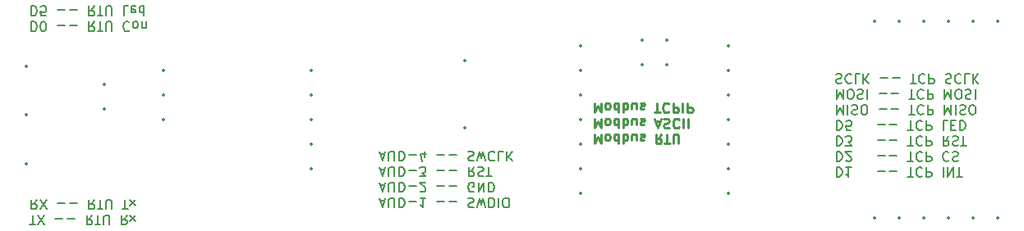
<source format=gbo>
%TF.GenerationSoftware,KiCad,Pcbnew,8.0.3*%
%TF.CreationDate,2024-07-22T20:15:05+05:30*%
%TF.ProjectId,learn_modbus_v1,6c656172-6e5f-46d6-9f64-6275735f7631,rev?*%
%TF.SameCoordinates,Original*%
%TF.FileFunction,Legend,Bot*%
%TF.FilePolarity,Positive*%
%FSLAX46Y46*%
G04 Gerber Fmt 4.6, Leading zero omitted, Abs format (unit mm)*
G04 Created by KiCad (PCBNEW 8.0.3) date 2024-07-22 20:15:05*
%MOMM*%
%LPD*%
G01*
G04 APERTURE LIST*
%ADD10C,0.150000*%
%ADD11C,0.250000*%
%ADD12C,0.200000*%
%ADD13C,0.350000*%
G04 APERTURE END LIST*
D10*
X85193922Y-88740124D02*
X85765350Y-88740124D01*
X85479636Y-87740124D02*
X85479636Y-88740124D01*
X86003446Y-88740124D02*
X86670112Y-87740124D01*
X86670112Y-88740124D02*
X86003446Y-87740124D01*
X87812970Y-88121077D02*
X88574875Y-88121077D01*
X89051065Y-88121077D02*
X89812970Y-88121077D01*
X91622493Y-87740124D02*
X91289160Y-88216315D01*
X91051065Y-87740124D02*
X91051065Y-88740124D01*
X91051065Y-88740124D02*
X91432017Y-88740124D01*
X91432017Y-88740124D02*
X91527255Y-88692505D01*
X91527255Y-88692505D02*
X91574874Y-88644886D01*
X91574874Y-88644886D02*
X91622493Y-88549648D01*
X91622493Y-88549648D02*
X91622493Y-88406791D01*
X91622493Y-88406791D02*
X91574874Y-88311553D01*
X91574874Y-88311553D02*
X91527255Y-88263934D01*
X91527255Y-88263934D02*
X91432017Y-88216315D01*
X91432017Y-88216315D02*
X91051065Y-88216315D01*
X91908208Y-88740124D02*
X92479636Y-88740124D01*
X92193922Y-87740124D02*
X92193922Y-88740124D01*
X92812970Y-88740124D02*
X92812970Y-87930601D01*
X92812970Y-87930601D02*
X92860589Y-87835363D01*
X92860589Y-87835363D02*
X92908208Y-87787744D01*
X92908208Y-87787744D02*
X93003446Y-87740124D01*
X93003446Y-87740124D02*
X93193922Y-87740124D01*
X93193922Y-87740124D02*
X93289160Y-87787744D01*
X93289160Y-87787744D02*
X93336779Y-87835363D01*
X93336779Y-87835363D02*
X93384398Y-87930601D01*
X93384398Y-87930601D02*
X93384398Y-88740124D01*
X95193922Y-87740124D02*
X94860589Y-88216315D01*
X94622494Y-87740124D02*
X94622494Y-88740124D01*
X94622494Y-88740124D02*
X95003446Y-88740124D01*
X95003446Y-88740124D02*
X95098684Y-88692505D01*
X95098684Y-88692505D02*
X95146303Y-88644886D01*
X95146303Y-88644886D02*
X95193922Y-88549648D01*
X95193922Y-88549648D02*
X95193922Y-88406791D01*
X95193922Y-88406791D02*
X95146303Y-88311553D01*
X95146303Y-88311553D02*
X95098684Y-88263934D01*
X95098684Y-88263934D02*
X95003446Y-88216315D01*
X95003446Y-88216315D02*
X94622494Y-88216315D01*
X95527256Y-87740124D02*
X96051065Y-88406791D01*
X95527256Y-88406791D02*
X96051065Y-87740124D01*
X85908207Y-86130180D02*
X85574874Y-86606371D01*
X85336779Y-86130180D02*
X85336779Y-87130180D01*
X85336779Y-87130180D02*
X85717731Y-87130180D01*
X85717731Y-87130180D02*
X85812969Y-87082561D01*
X85812969Y-87082561D02*
X85860588Y-87034942D01*
X85860588Y-87034942D02*
X85908207Y-86939704D01*
X85908207Y-86939704D02*
X85908207Y-86796847D01*
X85908207Y-86796847D02*
X85860588Y-86701609D01*
X85860588Y-86701609D02*
X85812969Y-86653990D01*
X85812969Y-86653990D02*
X85717731Y-86606371D01*
X85717731Y-86606371D02*
X85336779Y-86606371D01*
X86241541Y-87130180D02*
X86908207Y-86130180D01*
X86908207Y-87130180D02*
X86241541Y-86130180D01*
X88051065Y-86511133D02*
X88812970Y-86511133D01*
X89289160Y-86511133D02*
X90051065Y-86511133D01*
X91860588Y-86130180D02*
X91527255Y-86606371D01*
X91289160Y-86130180D02*
X91289160Y-87130180D01*
X91289160Y-87130180D02*
X91670112Y-87130180D01*
X91670112Y-87130180D02*
X91765350Y-87082561D01*
X91765350Y-87082561D02*
X91812969Y-87034942D01*
X91812969Y-87034942D02*
X91860588Y-86939704D01*
X91860588Y-86939704D02*
X91860588Y-86796847D01*
X91860588Y-86796847D02*
X91812969Y-86701609D01*
X91812969Y-86701609D02*
X91765350Y-86653990D01*
X91765350Y-86653990D02*
X91670112Y-86606371D01*
X91670112Y-86606371D02*
X91289160Y-86606371D01*
X92146303Y-87130180D02*
X92717731Y-87130180D01*
X92432017Y-86130180D02*
X92432017Y-87130180D01*
X93051065Y-87130180D02*
X93051065Y-86320657D01*
X93051065Y-86320657D02*
X93098684Y-86225419D01*
X93098684Y-86225419D02*
X93146303Y-86177800D01*
X93146303Y-86177800D02*
X93241541Y-86130180D01*
X93241541Y-86130180D02*
X93432017Y-86130180D01*
X93432017Y-86130180D02*
X93527255Y-86177800D01*
X93527255Y-86177800D02*
X93574874Y-86225419D01*
X93574874Y-86225419D02*
X93622493Y-86320657D01*
X93622493Y-86320657D02*
X93622493Y-87130180D01*
X94717732Y-87130180D02*
X95289160Y-87130180D01*
X95003446Y-86130180D02*
X95003446Y-87130180D01*
X95527256Y-86130180D02*
X96051065Y-86796847D01*
X95527256Y-86796847D02*
X96051065Y-86130180D01*
D11*
X143402568Y-79355268D02*
X143402568Y-80355268D01*
X143402568Y-80355268D02*
X143735901Y-79640983D01*
X143735901Y-79640983D02*
X144069234Y-80355268D01*
X144069234Y-80355268D02*
X144069234Y-79355268D01*
X144688282Y-79355268D02*
X144593044Y-79402888D01*
X144593044Y-79402888D02*
X144545425Y-79450507D01*
X144545425Y-79450507D02*
X144497806Y-79545745D01*
X144497806Y-79545745D02*
X144497806Y-79831459D01*
X144497806Y-79831459D02*
X144545425Y-79926697D01*
X144545425Y-79926697D02*
X144593044Y-79974316D01*
X144593044Y-79974316D02*
X144688282Y-80021935D01*
X144688282Y-80021935D02*
X144831139Y-80021935D01*
X144831139Y-80021935D02*
X144926377Y-79974316D01*
X144926377Y-79974316D02*
X144973996Y-79926697D01*
X144973996Y-79926697D02*
X145021615Y-79831459D01*
X145021615Y-79831459D02*
X145021615Y-79545745D01*
X145021615Y-79545745D02*
X144973996Y-79450507D01*
X144973996Y-79450507D02*
X144926377Y-79402888D01*
X144926377Y-79402888D02*
X144831139Y-79355268D01*
X144831139Y-79355268D02*
X144688282Y-79355268D01*
X145878758Y-79355268D02*
X145878758Y-80355268D01*
X145878758Y-79402888D02*
X145783520Y-79355268D01*
X145783520Y-79355268D02*
X145593044Y-79355268D01*
X145593044Y-79355268D02*
X145497806Y-79402888D01*
X145497806Y-79402888D02*
X145450187Y-79450507D01*
X145450187Y-79450507D02*
X145402568Y-79545745D01*
X145402568Y-79545745D02*
X145402568Y-79831459D01*
X145402568Y-79831459D02*
X145450187Y-79926697D01*
X145450187Y-79926697D02*
X145497806Y-79974316D01*
X145497806Y-79974316D02*
X145593044Y-80021935D01*
X145593044Y-80021935D02*
X145783520Y-80021935D01*
X145783520Y-80021935D02*
X145878758Y-79974316D01*
X146354949Y-79355268D02*
X146354949Y-80355268D01*
X146354949Y-79974316D02*
X146450187Y-80021935D01*
X146450187Y-80021935D02*
X146640663Y-80021935D01*
X146640663Y-80021935D02*
X146735901Y-79974316D01*
X146735901Y-79974316D02*
X146783520Y-79926697D01*
X146783520Y-79926697D02*
X146831139Y-79831459D01*
X146831139Y-79831459D02*
X146831139Y-79545745D01*
X146831139Y-79545745D02*
X146783520Y-79450507D01*
X146783520Y-79450507D02*
X146735901Y-79402888D01*
X146735901Y-79402888D02*
X146640663Y-79355268D01*
X146640663Y-79355268D02*
X146450187Y-79355268D01*
X146450187Y-79355268D02*
X146354949Y-79402888D01*
X147688282Y-80021935D02*
X147688282Y-79355268D01*
X147259711Y-80021935D02*
X147259711Y-79498126D01*
X147259711Y-79498126D02*
X147307330Y-79402888D01*
X147307330Y-79402888D02*
X147402568Y-79355268D01*
X147402568Y-79355268D02*
X147545425Y-79355268D01*
X147545425Y-79355268D02*
X147640663Y-79402888D01*
X147640663Y-79402888D02*
X147688282Y-79450507D01*
X148116854Y-79402888D02*
X148212092Y-79355268D01*
X148212092Y-79355268D02*
X148402568Y-79355268D01*
X148402568Y-79355268D02*
X148497806Y-79402888D01*
X148497806Y-79402888D02*
X148545425Y-79498126D01*
X148545425Y-79498126D02*
X148545425Y-79545745D01*
X148545425Y-79545745D02*
X148497806Y-79640983D01*
X148497806Y-79640983D02*
X148402568Y-79688602D01*
X148402568Y-79688602D02*
X148259711Y-79688602D01*
X148259711Y-79688602D02*
X148164473Y-79736221D01*
X148164473Y-79736221D02*
X148116854Y-79831459D01*
X148116854Y-79831459D02*
X148116854Y-79879078D01*
X148116854Y-79879078D02*
X148164473Y-79974316D01*
X148164473Y-79974316D02*
X148259711Y-80021935D01*
X148259711Y-80021935D02*
X148402568Y-80021935D01*
X148402568Y-80021935D02*
X148497806Y-79974316D01*
X150307330Y-79355268D02*
X149973997Y-79831459D01*
X149735902Y-79355268D02*
X149735902Y-80355268D01*
X149735902Y-80355268D02*
X150116854Y-80355268D01*
X150116854Y-80355268D02*
X150212092Y-80307649D01*
X150212092Y-80307649D02*
X150259711Y-80260030D01*
X150259711Y-80260030D02*
X150307330Y-80164792D01*
X150307330Y-80164792D02*
X150307330Y-80021935D01*
X150307330Y-80021935D02*
X150259711Y-79926697D01*
X150259711Y-79926697D02*
X150212092Y-79879078D01*
X150212092Y-79879078D02*
X150116854Y-79831459D01*
X150116854Y-79831459D02*
X149735902Y-79831459D01*
X150593045Y-80355268D02*
X151164473Y-80355268D01*
X150878759Y-79355268D02*
X150878759Y-80355268D01*
X151497807Y-80355268D02*
X151497807Y-79545745D01*
X151497807Y-79545745D02*
X151545426Y-79450507D01*
X151545426Y-79450507D02*
X151593045Y-79402888D01*
X151593045Y-79402888D02*
X151688283Y-79355268D01*
X151688283Y-79355268D02*
X151878759Y-79355268D01*
X151878759Y-79355268D02*
X151973997Y-79402888D01*
X151973997Y-79402888D02*
X152021616Y-79450507D01*
X152021616Y-79450507D02*
X152069235Y-79545745D01*
X152069235Y-79545745D02*
X152069235Y-80355268D01*
X143402568Y-77745324D02*
X143402568Y-78745324D01*
X143402568Y-78745324D02*
X143735901Y-78031039D01*
X143735901Y-78031039D02*
X144069234Y-78745324D01*
X144069234Y-78745324D02*
X144069234Y-77745324D01*
X144688282Y-77745324D02*
X144593044Y-77792944D01*
X144593044Y-77792944D02*
X144545425Y-77840563D01*
X144545425Y-77840563D02*
X144497806Y-77935801D01*
X144497806Y-77935801D02*
X144497806Y-78221515D01*
X144497806Y-78221515D02*
X144545425Y-78316753D01*
X144545425Y-78316753D02*
X144593044Y-78364372D01*
X144593044Y-78364372D02*
X144688282Y-78411991D01*
X144688282Y-78411991D02*
X144831139Y-78411991D01*
X144831139Y-78411991D02*
X144926377Y-78364372D01*
X144926377Y-78364372D02*
X144973996Y-78316753D01*
X144973996Y-78316753D02*
X145021615Y-78221515D01*
X145021615Y-78221515D02*
X145021615Y-77935801D01*
X145021615Y-77935801D02*
X144973996Y-77840563D01*
X144973996Y-77840563D02*
X144926377Y-77792944D01*
X144926377Y-77792944D02*
X144831139Y-77745324D01*
X144831139Y-77745324D02*
X144688282Y-77745324D01*
X145878758Y-77745324D02*
X145878758Y-78745324D01*
X145878758Y-77792944D02*
X145783520Y-77745324D01*
X145783520Y-77745324D02*
X145593044Y-77745324D01*
X145593044Y-77745324D02*
X145497806Y-77792944D01*
X145497806Y-77792944D02*
X145450187Y-77840563D01*
X145450187Y-77840563D02*
X145402568Y-77935801D01*
X145402568Y-77935801D02*
X145402568Y-78221515D01*
X145402568Y-78221515D02*
X145450187Y-78316753D01*
X145450187Y-78316753D02*
X145497806Y-78364372D01*
X145497806Y-78364372D02*
X145593044Y-78411991D01*
X145593044Y-78411991D02*
X145783520Y-78411991D01*
X145783520Y-78411991D02*
X145878758Y-78364372D01*
X146354949Y-77745324D02*
X146354949Y-78745324D01*
X146354949Y-78364372D02*
X146450187Y-78411991D01*
X146450187Y-78411991D02*
X146640663Y-78411991D01*
X146640663Y-78411991D02*
X146735901Y-78364372D01*
X146735901Y-78364372D02*
X146783520Y-78316753D01*
X146783520Y-78316753D02*
X146831139Y-78221515D01*
X146831139Y-78221515D02*
X146831139Y-77935801D01*
X146831139Y-77935801D02*
X146783520Y-77840563D01*
X146783520Y-77840563D02*
X146735901Y-77792944D01*
X146735901Y-77792944D02*
X146640663Y-77745324D01*
X146640663Y-77745324D02*
X146450187Y-77745324D01*
X146450187Y-77745324D02*
X146354949Y-77792944D01*
X147688282Y-78411991D02*
X147688282Y-77745324D01*
X147259711Y-78411991D02*
X147259711Y-77888182D01*
X147259711Y-77888182D02*
X147307330Y-77792944D01*
X147307330Y-77792944D02*
X147402568Y-77745324D01*
X147402568Y-77745324D02*
X147545425Y-77745324D01*
X147545425Y-77745324D02*
X147640663Y-77792944D01*
X147640663Y-77792944D02*
X147688282Y-77840563D01*
X148116854Y-77792944D02*
X148212092Y-77745324D01*
X148212092Y-77745324D02*
X148402568Y-77745324D01*
X148402568Y-77745324D02*
X148497806Y-77792944D01*
X148497806Y-77792944D02*
X148545425Y-77888182D01*
X148545425Y-77888182D02*
X148545425Y-77935801D01*
X148545425Y-77935801D02*
X148497806Y-78031039D01*
X148497806Y-78031039D02*
X148402568Y-78078658D01*
X148402568Y-78078658D02*
X148259711Y-78078658D01*
X148259711Y-78078658D02*
X148164473Y-78126277D01*
X148164473Y-78126277D02*
X148116854Y-78221515D01*
X148116854Y-78221515D02*
X148116854Y-78269134D01*
X148116854Y-78269134D02*
X148164473Y-78364372D01*
X148164473Y-78364372D02*
X148259711Y-78411991D01*
X148259711Y-78411991D02*
X148402568Y-78411991D01*
X148402568Y-78411991D02*
X148497806Y-78364372D01*
X149688283Y-78031039D02*
X150164473Y-78031039D01*
X149593045Y-77745324D02*
X149926378Y-78745324D01*
X149926378Y-78745324D02*
X150259711Y-77745324D01*
X150545426Y-77792944D02*
X150688283Y-77745324D01*
X150688283Y-77745324D02*
X150926378Y-77745324D01*
X150926378Y-77745324D02*
X151021616Y-77792944D01*
X151021616Y-77792944D02*
X151069235Y-77840563D01*
X151069235Y-77840563D02*
X151116854Y-77935801D01*
X151116854Y-77935801D02*
X151116854Y-78031039D01*
X151116854Y-78031039D02*
X151069235Y-78126277D01*
X151069235Y-78126277D02*
X151021616Y-78173896D01*
X151021616Y-78173896D02*
X150926378Y-78221515D01*
X150926378Y-78221515D02*
X150735902Y-78269134D01*
X150735902Y-78269134D02*
X150640664Y-78316753D01*
X150640664Y-78316753D02*
X150593045Y-78364372D01*
X150593045Y-78364372D02*
X150545426Y-78459610D01*
X150545426Y-78459610D02*
X150545426Y-78554848D01*
X150545426Y-78554848D02*
X150593045Y-78650086D01*
X150593045Y-78650086D02*
X150640664Y-78697705D01*
X150640664Y-78697705D02*
X150735902Y-78745324D01*
X150735902Y-78745324D02*
X150973997Y-78745324D01*
X150973997Y-78745324D02*
X151116854Y-78697705D01*
X152116854Y-77840563D02*
X152069235Y-77792944D01*
X152069235Y-77792944D02*
X151926378Y-77745324D01*
X151926378Y-77745324D02*
X151831140Y-77745324D01*
X151831140Y-77745324D02*
X151688283Y-77792944D01*
X151688283Y-77792944D02*
X151593045Y-77888182D01*
X151593045Y-77888182D02*
X151545426Y-77983420D01*
X151545426Y-77983420D02*
X151497807Y-78173896D01*
X151497807Y-78173896D02*
X151497807Y-78316753D01*
X151497807Y-78316753D02*
X151545426Y-78507229D01*
X151545426Y-78507229D02*
X151593045Y-78602467D01*
X151593045Y-78602467D02*
X151688283Y-78697705D01*
X151688283Y-78697705D02*
X151831140Y-78745324D01*
X151831140Y-78745324D02*
X151926378Y-78745324D01*
X151926378Y-78745324D02*
X152069235Y-78697705D01*
X152069235Y-78697705D02*
X152116854Y-78650086D01*
X152545426Y-77745324D02*
X152545426Y-78745324D01*
X153021616Y-77745324D02*
X153021616Y-78745324D01*
X143402568Y-76135380D02*
X143402568Y-77135380D01*
X143402568Y-77135380D02*
X143735901Y-76421095D01*
X143735901Y-76421095D02*
X144069234Y-77135380D01*
X144069234Y-77135380D02*
X144069234Y-76135380D01*
X144688282Y-76135380D02*
X144593044Y-76183000D01*
X144593044Y-76183000D02*
X144545425Y-76230619D01*
X144545425Y-76230619D02*
X144497806Y-76325857D01*
X144497806Y-76325857D02*
X144497806Y-76611571D01*
X144497806Y-76611571D02*
X144545425Y-76706809D01*
X144545425Y-76706809D02*
X144593044Y-76754428D01*
X144593044Y-76754428D02*
X144688282Y-76802047D01*
X144688282Y-76802047D02*
X144831139Y-76802047D01*
X144831139Y-76802047D02*
X144926377Y-76754428D01*
X144926377Y-76754428D02*
X144973996Y-76706809D01*
X144973996Y-76706809D02*
X145021615Y-76611571D01*
X145021615Y-76611571D02*
X145021615Y-76325857D01*
X145021615Y-76325857D02*
X144973996Y-76230619D01*
X144973996Y-76230619D02*
X144926377Y-76183000D01*
X144926377Y-76183000D02*
X144831139Y-76135380D01*
X144831139Y-76135380D02*
X144688282Y-76135380D01*
X145878758Y-76135380D02*
X145878758Y-77135380D01*
X145878758Y-76183000D02*
X145783520Y-76135380D01*
X145783520Y-76135380D02*
X145593044Y-76135380D01*
X145593044Y-76135380D02*
X145497806Y-76183000D01*
X145497806Y-76183000D02*
X145450187Y-76230619D01*
X145450187Y-76230619D02*
X145402568Y-76325857D01*
X145402568Y-76325857D02*
X145402568Y-76611571D01*
X145402568Y-76611571D02*
X145450187Y-76706809D01*
X145450187Y-76706809D02*
X145497806Y-76754428D01*
X145497806Y-76754428D02*
X145593044Y-76802047D01*
X145593044Y-76802047D02*
X145783520Y-76802047D01*
X145783520Y-76802047D02*
X145878758Y-76754428D01*
X146354949Y-76135380D02*
X146354949Y-77135380D01*
X146354949Y-76754428D02*
X146450187Y-76802047D01*
X146450187Y-76802047D02*
X146640663Y-76802047D01*
X146640663Y-76802047D02*
X146735901Y-76754428D01*
X146735901Y-76754428D02*
X146783520Y-76706809D01*
X146783520Y-76706809D02*
X146831139Y-76611571D01*
X146831139Y-76611571D02*
X146831139Y-76325857D01*
X146831139Y-76325857D02*
X146783520Y-76230619D01*
X146783520Y-76230619D02*
X146735901Y-76183000D01*
X146735901Y-76183000D02*
X146640663Y-76135380D01*
X146640663Y-76135380D02*
X146450187Y-76135380D01*
X146450187Y-76135380D02*
X146354949Y-76183000D01*
X147688282Y-76802047D02*
X147688282Y-76135380D01*
X147259711Y-76802047D02*
X147259711Y-76278238D01*
X147259711Y-76278238D02*
X147307330Y-76183000D01*
X147307330Y-76183000D02*
X147402568Y-76135380D01*
X147402568Y-76135380D02*
X147545425Y-76135380D01*
X147545425Y-76135380D02*
X147640663Y-76183000D01*
X147640663Y-76183000D02*
X147688282Y-76230619D01*
X148116854Y-76183000D02*
X148212092Y-76135380D01*
X148212092Y-76135380D02*
X148402568Y-76135380D01*
X148402568Y-76135380D02*
X148497806Y-76183000D01*
X148497806Y-76183000D02*
X148545425Y-76278238D01*
X148545425Y-76278238D02*
X148545425Y-76325857D01*
X148545425Y-76325857D02*
X148497806Y-76421095D01*
X148497806Y-76421095D02*
X148402568Y-76468714D01*
X148402568Y-76468714D02*
X148259711Y-76468714D01*
X148259711Y-76468714D02*
X148164473Y-76516333D01*
X148164473Y-76516333D02*
X148116854Y-76611571D01*
X148116854Y-76611571D02*
X148116854Y-76659190D01*
X148116854Y-76659190D02*
X148164473Y-76754428D01*
X148164473Y-76754428D02*
X148259711Y-76802047D01*
X148259711Y-76802047D02*
X148402568Y-76802047D01*
X148402568Y-76802047D02*
X148497806Y-76754428D01*
X149593045Y-77135380D02*
X150164473Y-77135380D01*
X149878759Y-76135380D02*
X149878759Y-77135380D01*
X151069235Y-76230619D02*
X151021616Y-76183000D01*
X151021616Y-76183000D02*
X150878759Y-76135380D01*
X150878759Y-76135380D02*
X150783521Y-76135380D01*
X150783521Y-76135380D02*
X150640664Y-76183000D01*
X150640664Y-76183000D02*
X150545426Y-76278238D01*
X150545426Y-76278238D02*
X150497807Y-76373476D01*
X150497807Y-76373476D02*
X150450188Y-76563952D01*
X150450188Y-76563952D02*
X150450188Y-76706809D01*
X150450188Y-76706809D02*
X150497807Y-76897285D01*
X150497807Y-76897285D02*
X150545426Y-76992523D01*
X150545426Y-76992523D02*
X150640664Y-77087761D01*
X150640664Y-77087761D02*
X150783521Y-77135380D01*
X150783521Y-77135380D02*
X150878759Y-77135380D01*
X150878759Y-77135380D02*
X151021616Y-77087761D01*
X151021616Y-77087761D02*
X151069235Y-77040142D01*
X151497807Y-76135380D02*
X151497807Y-77135380D01*
X151497807Y-77135380D02*
X151878759Y-77135380D01*
X151878759Y-77135380D02*
X151973997Y-77087761D01*
X151973997Y-77087761D02*
X152021616Y-77040142D01*
X152021616Y-77040142D02*
X152069235Y-76944904D01*
X152069235Y-76944904D02*
X152069235Y-76802047D01*
X152069235Y-76802047D02*
X152021616Y-76706809D01*
X152021616Y-76706809D02*
X151973997Y-76659190D01*
X151973997Y-76659190D02*
X151878759Y-76611571D01*
X151878759Y-76611571D02*
X151497807Y-76611571D01*
X152497807Y-76135380D02*
X152497807Y-77135380D01*
X152973997Y-76135380D02*
X152973997Y-77135380D01*
X152973997Y-77135380D02*
X153354949Y-77135380D01*
X153354949Y-77135380D02*
X153450187Y-77087761D01*
X153450187Y-77087761D02*
X153497806Y-77040142D01*
X153497806Y-77040142D02*
X153545425Y-76944904D01*
X153545425Y-76944904D02*
X153545425Y-76802047D01*
X153545425Y-76802047D02*
X153497806Y-76706809D01*
X153497806Y-76706809D02*
X153450187Y-76659190D01*
X153450187Y-76659190D02*
X153354949Y-76611571D01*
X153354949Y-76611571D02*
X152973997Y-76611571D01*
D10*
X121289160Y-86245727D02*
X121765350Y-86245727D01*
X121193922Y-85960012D02*
X121527255Y-86960012D01*
X121527255Y-86960012D02*
X121860588Y-85960012D01*
X122193922Y-86960012D02*
X122193922Y-86150489D01*
X122193922Y-86150489D02*
X122241541Y-86055251D01*
X122241541Y-86055251D02*
X122289160Y-86007632D01*
X122289160Y-86007632D02*
X122384398Y-85960012D01*
X122384398Y-85960012D02*
X122574874Y-85960012D01*
X122574874Y-85960012D02*
X122670112Y-86007632D01*
X122670112Y-86007632D02*
X122717731Y-86055251D01*
X122717731Y-86055251D02*
X122765350Y-86150489D01*
X122765350Y-86150489D02*
X122765350Y-86960012D01*
X123241541Y-85960012D02*
X123241541Y-86960012D01*
X123241541Y-86960012D02*
X123479636Y-86960012D01*
X123479636Y-86960012D02*
X123622493Y-86912393D01*
X123622493Y-86912393D02*
X123717731Y-86817155D01*
X123717731Y-86817155D02*
X123765350Y-86721917D01*
X123765350Y-86721917D02*
X123812969Y-86531441D01*
X123812969Y-86531441D02*
X123812969Y-86388584D01*
X123812969Y-86388584D02*
X123765350Y-86198108D01*
X123765350Y-86198108D02*
X123717731Y-86102870D01*
X123717731Y-86102870D02*
X123622493Y-86007632D01*
X123622493Y-86007632D02*
X123479636Y-85960012D01*
X123479636Y-85960012D02*
X123241541Y-85960012D01*
X124241541Y-86340965D02*
X125003446Y-86340965D01*
X126003445Y-85960012D02*
X125432017Y-85960012D01*
X125717731Y-85960012D02*
X125717731Y-86960012D01*
X125717731Y-86960012D02*
X125622493Y-86817155D01*
X125622493Y-86817155D02*
X125527255Y-86721917D01*
X125527255Y-86721917D02*
X125432017Y-86674298D01*
X127193922Y-86340965D02*
X127955827Y-86340965D01*
X128432017Y-86340965D02*
X129193922Y-86340965D01*
X130384398Y-86007632D02*
X130527255Y-85960012D01*
X130527255Y-85960012D02*
X130765350Y-85960012D01*
X130765350Y-85960012D02*
X130860588Y-86007632D01*
X130860588Y-86007632D02*
X130908207Y-86055251D01*
X130908207Y-86055251D02*
X130955826Y-86150489D01*
X130955826Y-86150489D02*
X130955826Y-86245727D01*
X130955826Y-86245727D02*
X130908207Y-86340965D01*
X130908207Y-86340965D02*
X130860588Y-86388584D01*
X130860588Y-86388584D02*
X130765350Y-86436203D01*
X130765350Y-86436203D02*
X130574874Y-86483822D01*
X130574874Y-86483822D02*
X130479636Y-86531441D01*
X130479636Y-86531441D02*
X130432017Y-86579060D01*
X130432017Y-86579060D02*
X130384398Y-86674298D01*
X130384398Y-86674298D02*
X130384398Y-86769536D01*
X130384398Y-86769536D02*
X130432017Y-86864774D01*
X130432017Y-86864774D02*
X130479636Y-86912393D01*
X130479636Y-86912393D02*
X130574874Y-86960012D01*
X130574874Y-86960012D02*
X130812969Y-86960012D01*
X130812969Y-86960012D02*
X130955826Y-86912393D01*
X131289160Y-86960012D02*
X131527255Y-85960012D01*
X131527255Y-85960012D02*
X131717731Y-86674298D01*
X131717731Y-86674298D02*
X131908207Y-85960012D01*
X131908207Y-85960012D02*
X132146303Y-86960012D01*
X132527255Y-85960012D02*
X132527255Y-86960012D01*
X132527255Y-86960012D02*
X132765350Y-86960012D01*
X132765350Y-86960012D02*
X132908207Y-86912393D01*
X132908207Y-86912393D02*
X133003445Y-86817155D01*
X133003445Y-86817155D02*
X133051064Y-86721917D01*
X133051064Y-86721917D02*
X133098683Y-86531441D01*
X133098683Y-86531441D02*
X133098683Y-86388584D01*
X133098683Y-86388584D02*
X133051064Y-86198108D01*
X133051064Y-86198108D02*
X133003445Y-86102870D01*
X133003445Y-86102870D02*
X132908207Y-86007632D01*
X132908207Y-86007632D02*
X132765350Y-85960012D01*
X132765350Y-85960012D02*
X132527255Y-85960012D01*
X133527255Y-85960012D02*
X133527255Y-86960012D01*
X134193921Y-86960012D02*
X134384397Y-86960012D01*
X134384397Y-86960012D02*
X134479635Y-86912393D01*
X134479635Y-86912393D02*
X134574873Y-86817155D01*
X134574873Y-86817155D02*
X134622492Y-86626679D01*
X134622492Y-86626679D02*
X134622492Y-86293346D01*
X134622492Y-86293346D02*
X134574873Y-86102870D01*
X134574873Y-86102870D02*
X134479635Y-86007632D01*
X134479635Y-86007632D02*
X134384397Y-85960012D01*
X134384397Y-85960012D02*
X134193921Y-85960012D01*
X134193921Y-85960012D02*
X134098683Y-86007632D01*
X134098683Y-86007632D02*
X134003445Y-86102870D01*
X134003445Y-86102870D02*
X133955826Y-86293346D01*
X133955826Y-86293346D02*
X133955826Y-86626679D01*
X133955826Y-86626679D02*
X134003445Y-86817155D01*
X134003445Y-86817155D02*
X134098683Y-86912393D01*
X134098683Y-86912393D02*
X134193921Y-86960012D01*
X121289160Y-84635783D02*
X121765350Y-84635783D01*
X121193922Y-84350068D02*
X121527255Y-85350068D01*
X121527255Y-85350068D02*
X121860588Y-84350068D01*
X122193922Y-85350068D02*
X122193922Y-84540545D01*
X122193922Y-84540545D02*
X122241541Y-84445307D01*
X122241541Y-84445307D02*
X122289160Y-84397688D01*
X122289160Y-84397688D02*
X122384398Y-84350068D01*
X122384398Y-84350068D02*
X122574874Y-84350068D01*
X122574874Y-84350068D02*
X122670112Y-84397688D01*
X122670112Y-84397688D02*
X122717731Y-84445307D01*
X122717731Y-84445307D02*
X122765350Y-84540545D01*
X122765350Y-84540545D02*
X122765350Y-85350068D01*
X123241541Y-84350068D02*
X123241541Y-85350068D01*
X123241541Y-85350068D02*
X123479636Y-85350068D01*
X123479636Y-85350068D02*
X123622493Y-85302449D01*
X123622493Y-85302449D02*
X123717731Y-85207211D01*
X123717731Y-85207211D02*
X123765350Y-85111973D01*
X123765350Y-85111973D02*
X123812969Y-84921497D01*
X123812969Y-84921497D02*
X123812969Y-84778640D01*
X123812969Y-84778640D02*
X123765350Y-84588164D01*
X123765350Y-84588164D02*
X123717731Y-84492926D01*
X123717731Y-84492926D02*
X123622493Y-84397688D01*
X123622493Y-84397688D02*
X123479636Y-84350068D01*
X123479636Y-84350068D02*
X123241541Y-84350068D01*
X124241541Y-84731021D02*
X125003446Y-84731021D01*
X125432017Y-85254830D02*
X125479636Y-85302449D01*
X125479636Y-85302449D02*
X125574874Y-85350068D01*
X125574874Y-85350068D02*
X125812969Y-85350068D01*
X125812969Y-85350068D02*
X125908207Y-85302449D01*
X125908207Y-85302449D02*
X125955826Y-85254830D01*
X125955826Y-85254830D02*
X126003445Y-85159592D01*
X126003445Y-85159592D02*
X126003445Y-85064354D01*
X126003445Y-85064354D02*
X125955826Y-84921497D01*
X125955826Y-84921497D02*
X125384398Y-84350068D01*
X125384398Y-84350068D02*
X126003445Y-84350068D01*
X127193922Y-84731021D02*
X127955827Y-84731021D01*
X128432017Y-84731021D02*
X129193922Y-84731021D01*
X130955826Y-85302449D02*
X130860588Y-85350068D01*
X130860588Y-85350068D02*
X130717731Y-85350068D01*
X130717731Y-85350068D02*
X130574874Y-85302449D01*
X130574874Y-85302449D02*
X130479636Y-85207211D01*
X130479636Y-85207211D02*
X130432017Y-85111973D01*
X130432017Y-85111973D02*
X130384398Y-84921497D01*
X130384398Y-84921497D02*
X130384398Y-84778640D01*
X130384398Y-84778640D02*
X130432017Y-84588164D01*
X130432017Y-84588164D02*
X130479636Y-84492926D01*
X130479636Y-84492926D02*
X130574874Y-84397688D01*
X130574874Y-84397688D02*
X130717731Y-84350068D01*
X130717731Y-84350068D02*
X130812969Y-84350068D01*
X130812969Y-84350068D02*
X130955826Y-84397688D01*
X130955826Y-84397688D02*
X131003445Y-84445307D01*
X131003445Y-84445307D02*
X131003445Y-84778640D01*
X131003445Y-84778640D02*
X130812969Y-84778640D01*
X131432017Y-84350068D02*
X131432017Y-85350068D01*
X131432017Y-85350068D02*
X132003445Y-84350068D01*
X132003445Y-84350068D02*
X132003445Y-85350068D01*
X132479636Y-84350068D02*
X132479636Y-85350068D01*
X132479636Y-85350068D02*
X132717731Y-85350068D01*
X132717731Y-85350068D02*
X132860588Y-85302449D01*
X132860588Y-85302449D02*
X132955826Y-85207211D01*
X132955826Y-85207211D02*
X133003445Y-85111973D01*
X133003445Y-85111973D02*
X133051064Y-84921497D01*
X133051064Y-84921497D02*
X133051064Y-84778640D01*
X133051064Y-84778640D02*
X133003445Y-84588164D01*
X133003445Y-84588164D02*
X132955826Y-84492926D01*
X132955826Y-84492926D02*
X132860588Y-84397688D01*
X132860588Y-84397688D02*
X132717731Y-84350068D01*
X132717731Y-84350068D02*
X132479636Y-84350068D01*
X121289160Y-83025839D02*
X121765350Y-83025839D01*
X121193922Y-82740124D02*
X121527255Y-83740124D01*
X121527255Y-83740124D02*
X121860588Y-82740124D01*
X122193922Y-83740124D02*
X122193922Y-82930601D01*
X122193922Y-82930601D02*
X122241541Y-82835363D01*
X122241541Y-82835363D02*
X122289160Y-82787744D01*
X122289160Y-82787744D02*
X122384398Y-82740124D01*
X122384398Y-82740124D02*
X122574874Y-82740124D01*
X122574874Y-82740124D02*
X122670112Y-82787744D01*
X122670112Y-82787744D02*
X122717731Y-82835363D01*
X122717731Y-82835363D02*
X122765350Y-82930601D01*
X122765350Y-82930601D02*
X122765350Y-83740124D01*
X123241541Y-82740124D02*
X123241541Y-83740124D01*
X123241541Y-83740124D02*
X123479636Y-83740124D01*
X123479636Y-83740124D02*
X123622493Y-83692505D01*
X123622493Y-83692505D02*
X123717731Y-83597267D01*
X123717731Y-83597267D02*
X123765350Y-83502029D01*
X123765350Y-83502029D02*
X123812969Y-83311553D01*
X123812969Y-83311553D02*
X123812969Y-83168696D01*
X123812969Y-83168696D02*
X123765350Y-82978220D01*
X123765350Y-82978220D02*
X123717731Y-82882982D01*
X123717731Y-82882982D02*
X123622493Y-82787744D01*
X123622493Y-82787744D02*
X123479636Y-82740124D01*
X123479636Y-82740124D02*
X123241541Y-82740124D01*
X124241541Y-83121077D02*
X125003446Y-83121077D01*
X125384398Y-83740124D02*
X126003445Y-83740124D01*
X126003445Y-83740124D02*
X125670112Y-83359172D01*
X125670112Y-83359172D02*
X125812969Y-83359172D01*
X125812969Y-83359172D02*
X125908207Y-83311553D01*
X125908207Y-83311553D02*
X125955826Y-83263934D01*
X125955826Y-83263934D02*
X126003445Y-83168696D01*
X126003445Y-83168696D02*
X126003445Y-82930601D01*
X126003445Y-82930601D02*
X125955826Y-82835363D01*
X125955826Y-82835363D02*
X125908207Y-82787744D01*
X125908207Y-82787744D02*
X125812969Y-82740124D01*
X125812969Y-82740124D02*
X125527255Y-82740124D01*
X125527255Y-82740124D02*
X125432017Y-82787744D01*
X125432017Y-82787744D02*
X125384398Y-82835363D01*
X127193922Y-83121077D02*
X127955827Y-83121077D01*
X128432017Y-83121077D02*
X129193922Y-83121077D01*
X131003445Y-82740124D02*
X130670112Y-83216315D01*
X130432017Y-82740124D02*
X130432017Y-83740124D01*
X130432017Y-83740124D02*
X130812969Y-83740124D01*
X130812969Y-83740124D02*
X130908207Y-83692505D01*
X130908207Y-83692505D02*
X130955826Y-83644886D01*
X130955826Y-83644886D02*
X131003445Y-83549648D01*
X131003445Y-83549648D02*
X131003445Y-83406791D01*
X131003445Y-83406791D02*
X130955826Y-83311553D01*
X130955826Y-83311553D02*
X130908207Y-83263934D01*
X130908207Y-83263934D02*
X130812969Y-83216315D01*
X130812969Y-83216315D02*
X130432017Y-83216315D01*
X131384398Y-82787744D02*
X131527255Y-82740124D01*
X131527255Y-82740124D02*
X131765350Y-82740124D01*
X131765350Y-82740124D02*
X131860588Y-82787744D01*
X131860588Y-82787744D02*
X131908207Y-82835363D01*
X131908207Y-82835363D02*
X131955826Y-82930601D01*
X131955826Y-82930601D02*
X131955826Y-83025839D01*
X131955826Y-83025839D02*
X131908207Y-83121077D01*
X131908207Y-83121077D02*
X131860588Y-83168696D01*
X131860588Y-83168696D02*
X131765350Y-83216315D01*
X131765350Y-83216315D02*
X131574874Y-83263934D01*
X131574874Y-83263934D02*
X131479636Y-83311553D01*
X131479636Y-83311553D02*
X131432017Y-83359172D01*
X131432017Y-83359172D02*
X131384398Y-83454410D01*
X131384398Y-83454410D02*
X131384398Y-83549648D01*
X131384398Y-83549648D02*
X131432017Y-83644886D01*
X131432017Y-83644886D02*
X131479636Y-83692505D01*
X131479636Y-83692505D02*
X131574874Y-83740124D01*
X131574874Y-83740124D02*
X131812969Y-83740124D01*
X131812969Y-83740124D02*
X131955826Y-83692505D01*
X132241541Y-83740124D02*
X132812969Y-83740124D01*
X132527255Y-82740124D02*
X132527255Y-83740124D01*
X121289160Y-81415895D02*
X121765350Y-81415895D01*
X121193922Y-81130180D02*
X121527255Y-82130180D01*
X121527255Y-82130180D02*
X121860588Y-81130180D01*
X122193922Y-82130180D02*
X122193922Y-81320657D01*
X122193922Y-81320657D02*
X122241541Y-81225419D01*
X122241541Y-81225419D02*
X122289160Y-81177800D01*
X122289160Y-81177800D02*
X122384398Y-81130180D01*
X122384398Y-81130180D02*
X122574874Y-81130180D01*
X122574874Y-81130180D02*
X122670112Y-81177800D01*
X122670112Y-81177800D02*
X122717731Y-81225419D01*
X122717731Y-81225419D02*
X122765350Y-81320657D01*
X122765350Y-81320657D02*
X122765350Y-82130180D01*
X123241541Y-81130180D02*
X123241541Y-82130180D01*
X123241541Y-82130180D02*
X123479636Y-82130180D01*
X123479636Y-82130180D02*
X123622493Y-82082561D01*
X123622493Y-82082561D02*
X123717731Y-81987323D01*
X123717731Y-81987323D02*
X123765350Y-81892085D01*
X123765350Y-81892085D02*
X123812969Y-81701609D01*
X123812969Y-81701609D02*
X123812969Y-81558752D01*
X123812969Y-81558752D02*
X123765350Y-81368276D01*
X123765350Y-81368276D02*
X123717731Y-81273038D01*
X123717731Y-81273038D02*
X123622493Y-81177800D01*
X123622493Y-81177800D02*
X123479636Y-81130180D01*
X123479636Y-81130180D02*
X123241541Y-81130180D01*
X124241541Y-81511133D02*
X125003446Y-81511133D01*
X125908207Y-81796847D02*
X125908207Y-81130180D01*
X125670112Y-82177800D02*
X125432017Y-81463514D01*
X125432017Y-81463514D02*
X126051064Y-81463514D01*
X127193922Y-81511133D02*
X127955827Y-81511133D01*
X128432017Y-81511133D02*
X129193922Y-81511133D01*
X130384398Y-81177800D02*
X130527255Y-81130180D01*
X130527255Y-81130180D02*
X130765350Y-81130180D01*
X130765350Y-81130180D02*
X130860588Y-81177800D01*
X130860588Y-81177800D02*
X130908207Y-81225419D01*
X130908207Y-81225419D02*
X130955826Y-81320657D01*
X130955826Y-81320657D02*
X130955826Y-81415895D01*
X130955826Y-81415895D02*
X130908207Y-81511133D01*
X130908207Y-81511133D02*
X130860588Y-81558752D01*
X130860588Y-81558752D02*
X130765350Y-81606371D01*
X130765350Y-81606371D02*
X130574874Y-81653990D01*
X130574874Y-81653990D02*
X130479636Y-81701609D01*
X130479636Y-81701609D02*
X130432017Y-81749228D01*
X130432017Y-81749228D02*
X130384398Y-81844466D01*
X130384398Y-81844466D02*
X130384398Y-81939704D01*
X130384398Y-81939704D02*
X130432017Y-82034942D01*
X130432017Y-82034942D02*
X130479636Y-82082561D01*
X130479636Y-82082561D02*
X130574874Y-82130180D01*
X130574874Y-82130180D02*
X130812969Y-82130180D01*
X130812969Y-82130180D02*
X130955826Y-82082561D01*
X131289160Y-82130180D02*
X131527255Y-81130180D01*
X131527255Y-81130180D02*
X131717731Y-81844466D01*
X131717731Y-81844466D02*
X131908207Y-81130180D01*
X131908207Y-81130180D02*
X132146303Y-82130180D01*
X133098683Y-81225419D02*
X133051064Y-81177800D01*
X133051064Y-81177800D02*
X132908207Y-81130180D01*
X132908207Y-81130180D02*
X132812969Y-81130180D01*
X132812969Y-81130180D02*
X132670112Y-81177800D01*
X132670112Y-81177800D02*
X132574874Y-81273038D01*
X132574874Y-81273038D02*
X132527255Y-81368276D01*
X132527255Y-81368276D02*
X132479636Y-81558752D01*
X132479636Y-81558752D02*
X132479636Y-81701609D01*
X132479636Y-81701609D02*
X132527255Y-81892085D01*
X132527255Y-81892085D02*
X132574874Y-81987323D01*
X132574874Y-81987323D02*
X132670112Y-82082561D01*
X132670112Y-82082561D02*
X132812969Y-82130180D01*
X132812969Y-82130180D02*
X132908207Y-82130180D01*
X132908207Y-82130180D02*
X133051064Y-82082561D01*
X133051064Y-82082561D02*
X133098683Y-82034942D01*
X134003445Y-81130180D02*
X133527255Y-81130180D01*
X133527255Y-81130180D02*
X133527255Y-82130180D01*
X134336779Y-81130180D02*
X134336779Y-82130180D01*
X134908207Y-81130180D02*
X134479636Y-81701609D01*
X134908207Y-82130180D02*
X134336779Y-81558752D01*
D12*
X168369673Y-82792444D02*
X168369673Y-83792444D01*
X168369673Y-83792444D02*
X168607768Y-83792444D01*
X168607768Y-83792444D02*
X168750625Y-83744825D01*
X168750625Y-83744825D02*
X168845863Y-83649587D01*
X168845863Y-83649587D02*
X168893482Y-83554349D01*
X168893482Y-83554349D02*
X168941101Y-83363873D01*
X168941101Y-83363873D02*
X168941101Y-83221016D01*
X168941101Y-83221016D02*
X168893482Y-83030540D01*
X168893482Y-83030540D02*
X168845863Y-82935302D01*
X168845863Y-82935302D02*
X168750625Y-82840064D01*
X168750625Y-82840064D02*
X168607768Y-82792444D01*
X168607768Y-82792444D02*
X168369673Y-82792444D01*
X169893482Y-82792444D02*
X169322054Y-82792444D01*
X169607768Y-82792444D02*
X169607768Y-83792444D01*
X169607768Y-83792444D02*
X169512530Y-83649587D01*
X169512530Y-83649587D02*
X169417292Y-83554349D01*
X169417292Y-83554349D02*
X169322054Y-83506730D01*
X172607769Y-83173397D02*
X173369674Y-83173397D01*
X173845864Y-83173397D02*
X174607769Y-83173397D01*
X175703007Y-83792444D02*
X176274435Y-83792444D01*
X175988721Y-82792444D02*
X175988721Y-83792444D01*
X177179197Y-82887683D02*
X177131578Y-82840064D01*
X177131578Y-82840064D02*
X176988721Y-82792444D01*
X176988721Y-82792444D02*
X176893483Y-82792444D01*
X176893483Y-82792444D02*
X176750626Y-82840064D01*
X176750626Y-82840064D02*
X176655388Y-82935302D01*
X176655388Y-82935302D02*
X176607769Y-83030540D01*
X176607769Y-83030540D02*
X176560150Y-83221016D01*
X176560150Y-83221016D02*
X176560150Y-83363873D01*
X176560150Y-83363873D02*
X176607769Y-83554349D01*
X176607769Y-83554349D02*
X176655388Y-83649587D01*
X176655388Y-83649587D02*
X176750626Y-83744825D01*
X176750626Y-83744825D02*
X176893483Y-83792444D01*
X176893483Y-83792444D02*
X176988721Y-83792444D01*
X176988721Y-83792444D02*
X177131578Y-83744825D01*
X177131578Y-83744825D02*
X177179197Y-83697206D01*
X177607769Y-82792444D02*
X177607769Y-83792444D01*
X177607769Y-83792444D02*
X177988721Y-83792444D01*
X177988721Y-83792444D02*
X178083959Y-83744825D01*
X178083959Y-83744825D02*
X178131578Y-83697206D01*
X178131578Y-83697206D02*
X178179197Y-83601968D01*
X178179197Y-83601968D02*
X178179197Y-83459111D01*
X178179197Y-83459111D02*
X178131578Y-83363873D01*
X178131578Y-83363873D02*
X178083959Y-83316254D01*
X178083959Y-83316254D02*
X177988721Y-83268635D01*
X177988721Y-83268635D02*
X177607769Y-83268635D01*
X179369674Y-82792444D02*
X179369674Y-83792444D01*
X179845864Y-82792444D02*
X179845864Y-83792444D01*
X179845864Y-83792444D02*
X180417292Y-82792444D01*
X180417292Y-82792444D02*
X180417292Y-83792444D01*
X180750626Y-83792444D02*
X181322054Y-83792444D01*
X181036340Y-82792444D02*
X181036340Y-83792444D01*
X168369673Y-81182500D02*
X168369673Y-82182500D01*
X168369673Y-82182500D02*
X168607768Y-82182500D01*
X168607768Y-82182500D02*
X168750625Y-82134881D01*
X168750625Y-82134881D02*
X168845863Y-82039643D01*
X168845863Y-82039643D02*
X168893482Y-81944405D01*
X168893482Y-81944405D02*
X168941101Y-81753929D01*
X168941101Y-81753929D02*
X168941101Y-81611072D01*
X168941101Y-81611072D02*
X168893482Y-81420596D01*
X168893482Y-81420596D02*
X168845863Y-81325358D01*
X168845863Y-81325358D02*
X168750625Y-81230120D01*
X168750625Y-81230120D02*
X168607768Y-81182500D01*
X168607768Y-81182500D02*
X168369673Y-81182500D01*
X169322054Y-82087262D02*
X169369673Y-82134881D01*
X169369673Y-82134881D02*
X169464911Y-82182500D01*
X169464911Y-82182500D02*
X169703006Y-82182500D01*
X169703006Y-82182500D02*
X169798244Y-82134881D01*
X169798244Y-82134881D02*
X169845863Y-82087262D01*
X169845863Y-82087262D02*
X169893482Y-81992024D01*
X169893482Y-81992024D02*
X169893482Y-81896786D01*
X169893482Y-81896786D02*
X169845863Y-81753929D01*
X169845863Y-81753929D02*
X169274435Y-81182500D01*
X169274435Y-81182500D02*
X169893482Y-81182500D01*
X172607769Y-81563453D02*
X173369674Y-81563453D01*
X173845864Y-81563453D02*
X174607769Y-81563453D01*
X175703007Y-82182500D02*
X176274435Y-82182500D01*
X175988721Y-81182500D02*
X175988721Y-82182500D01*
X177179197Y-81277739D02*
X177131578Y-81230120D01*
X177131578Y-81230120D02*
X176988721Y-81182500D01*
X176988721Y-81182500D02*
X176893483Y-81182500D01*
X176893483Y-81182500D02*
X176750626Y-81230120D01*
X176750626Y-81230120D02*
X176655388Y-81325358D01*
X176655388Y-81325358D02*
X176607769Y-81420596D01*
X176607769Y-81420596D02*
X176560150Y-81611072D01*
X176560150Y-81611072D02*
X176560150Y-81753929D01*
X176560150Y-81753929D02*
X176607769Y-81944405D01*
X176607769Y-81944405D02*
X176655388Y-82039643D01*
X176655388Y-82039643D02*
X176750626Y-82134881D01*
X176750626Y-82134881D02*
X176893483Y-82182500D01*
X176893483Y-82182500D02*
X176988721Y-82182500D01*
X176988721Y-82182500D02*
X177131578Y-82134881D01*
X177131578Y-82134881D02*
X177179197Y-82087262D01*
X177607769Y-81182500D02*
X177607769Y-82182500D01*
X177607769Y-82182500D02*
X177988721Y-82182500D01*
X177988721Y-82182500D02*
X178083959Y-82134881D01*
X178083959Y-82134881D02*
X178131578Y-82087262D01*
X178131578Y-82087262D02*
X178179197Y-81992024D01*
X178179197Y-81992024D02*
X178179197Y-81849167D01*
X178179197Y-81849167D02*
X178131578Y-81753929D01*
X178131578Y-81753929D02*
X178083959Y-81706310D01*
X178083959Y-81706310D02*
X177988721Y-81658691D01*
X177988721Y-81658691D02*
X177607769Y-81658691D01*
X179941102Y-81277739D02*
X179893483Y-81230120D01*
X179893483Y-81230120D02*
X179750626Y-81182500D01*
X179750626Y-81182500D02*
X179655388Y-81182500D01*
X179655388Y-81182500D02*
X179512531Y-81230120D01*
X179512531Y-81230120D02*
X179417293Y-81325358D01*
X179417293Y-81325358D02*
X179369674Y-81420596D01*
X179369674Y-81420596D02*
X179322055Y-81611072D01*
X179322055Y-81611072D02*
X179322055Y-81753929D01*
X179322055Y-81753929D02*
X179369674Y-81944405D01*
X179369674Y-81944405D02*
X179417293Y-82039643D01*
X179417293Y-82039643D02*
X179512531Y-82134881D01*
X179512531Y-82134881D02*
X179655388Y-82182500D01*
X179655388Y-82182500D02*
X179750626Y-82182500D01*
X179750626Y-82182500D02*
X179893483Y-82134881D01*
X179893483Y-82134881D02*
X179941102Y-82087262D01*
X180322055Y-81230120D02*
X180464912Y-81182500D01*
X180464912Y-81182500D02*
X180703007Y-81182500D01*
X180703007Y-81182500D02*
X180798245Y-81230120D01*
X180798245Y-81230120D02*
X180845864Y-81277739D01*
X180845864Y-81277739D02*
X180893483Y-81372977D01*
X180893483Y-81372977D02*
X180893483Y-81468215D01*
X180893483Y-81468215D02*
X180845864Y-81563453D01*
X180845864Y-81563453D02*
X180798245Y-81611072D01*
X180798245Y-81611072D02*
X180703007Y-81658691D01*
X180703007Y-81658691D02*
X180512531Y-81706310D01*
X180512531Y-81706310D02*
X180417293Y-81753929D01*
X180417293Y-81753929D02*
X180369674Y-81801548D01*
X180369674Y-81801548D02*
X180322055Y-81896786D01*
X180322055Y-81896786D02*
X180322055Y-81992024D01*
X180322055Y-81992024D02*
X180369674Y-82087262D01*
X180369674Y-82087262D02*
X180417293Y-82134881D01*
X180417293Y-82134881D02*
X180512531Y-82182500D01*
X180512531Y-82182500D02*
X180750626Y-82182500D01*
X180750626Y-82182500D02*
X180893483Y-82134881D01*
X168369673Y-79572556D02*
X168369673Y-80572556D01*
X168369673Y-80572556D02*
X168607768Y-80572556D01*
X168607768Y-80572556D02*
X168750625Y-80524937D01*
X168750625Y-80524937D02*
X168845863Y-80429699D01*
X168845863Y-80429699D02*
X168893482Y-80334461D01*
X168893482Y-80334461D02*
X168941101Y-80143985D01*
X168941101Y-80143985D02*
X168941101Y-80001128D01*
X168941101Y-80001128D02*
X168893482Y-79810652D01*
X168893482Y-79810652D02*
X168845863Y-79715414D01*
X168845863Y-79715414D02*
X168750625Y-79620176D01*
X168750625Y-79620176D02*
X168607768Y-79572556D01*
X168607768Y-79572556D02*
X168369673Y-79572556D01*
X169274435Y-80572556D02*
X169893482Y-80572556D01*
X169893482Y-80572556D02*
X169560149Y-80191604D01*
X169560149Y-80191604D02*
X169703006Y-80191604D01*
X169703006Y-80191604D02*
X169798244Y-80143985D01*
X169798244Y-80143985D02*
X169845863Y-80096366D01*
X169845863Y-80096366D02*
X169893482Y-80001128D01*
X169893482Y-80001128D02*
X169893482Y-79763033D01*
X169893482Y-79763033D02*
X169845863Y-79667795D01*
X169845863Y-79667795D02*
X169798244Y-79620176D01*
X169798244Y-79620176D02*
X169703006Y-79572556D01*
X169703006Y-79572556D02*
X169417292Y-79572556D01*
X169417292Y-79572556D02*
X169322054Y-79620176D01*
X169322054Y-79620176D02*
X169274435Y-79667795D01*
X172607769Y-79953509D02*
X173369674Y-79953509D01*
X173845864Y-79953509D02*
X174607769Y-79953509D01*
X175703007Y-80572556D02*
X176274435Y-80572556D01*
X175988721Y-79572556D02*
X175988721Y-80572556D01*
X177179197Y-79667795D02*
X177131578Y-79620176D01*
X177131578Y-79620176D02*
X176988721Y-79572556D01*
X176988721Y-79572556D02*
X176893483Y-79572556D01*
X176893483Y-79572556D02*
X176750626Y-79620176D01*
X176750626Y-79620176D02*
X176655388Y-79715414D01*
X176655388Y-79715414D02*
X176607769Y-79810652D01*
X176607769Y-79810652D02*
X176560150Y-80001128D01*
X176560150Y-80001128D02*
X176560150Y-80143985D01*
X176560150Y-80143985D02*
X176607769Y-80334461D01*
X176607769Y-80334461D02*
X176655388Y-80429699D01*
X176655388Y-80429699D02*
X176750626Y-80524937D01*
X176750626Y-80524937D02*
X176893483Y-80572556D01*
X176893483Y-80572556D02*
X176988721Y-80572556D01*
X176988721Y-80572556D02*
X177131578Y-80524937D01*
X177131578Y-80524937D02*
X177179197Y-80477318D01*
X177607769Y-79572556D02*
X177607769Y-80572556D01*
X177607769Y-80572556D02*
X177988721Y-80572556D01*
X177988721Y-80572556D02*
X178083959Y-80524937D01*
X178083959Y-80524937D02*
X178131578Y-80477318D01*
X178131578Y-80477318D02*
X178179197Y-80382080D01*
X178179197Y-80382080D02*
X178179197Y-80239223D01*
X178179197Y-80239223D02*
X178131578Y-80143985D01*
X178131578Y-80143985D02*
X178083959Y-80096366D01*
X178083959Y-80096366D02*
X177988721Y-80048747D01*
X177988721Y-80048747D02*
X177607769Y-80048747D01*
X179941102Y-79572556D02*
X179607769Y-80048747D01*
X179369674Y-79572556D02*
X179369674Y-80572556D01*
X179369674Y-80572556D02*
X179750626Y-80572556D01*
X179750626Y-80572556D02*
X179845864Y-80524937D01*
X179845864Y-80524937D02*
X179893483Y-80477318D01*
X179893483Y-80477318D02*
X179941102Y-80382080D01*
X179941102Y-80382080D02*
X179941102Y-80239223D01*
X179941102Y-80239223D02*
X179893483Y-80143985D01*
X179893483Y-80143985D02*
X179845864Y-80096366D01*
X179845864Y-80096366D02*
X179750626Y-80048747D01*
X179750626Y-80048747D02*
X179369674Y-80048747D01*
X180322055Y-79620176D02*
X180464912Y-79572556D01*
X180464912Y-79572556D02*
X180703007Y-79572556D01*
X180703007Y-79572556D02*
X180798245Y-79620176D01*
X180798245Y-79620176D02*
X180845864Y-79667795D01*
X180845864Y-79667795D02*
X180893483Y-79763033D01*
X180893483Y-79763033D02*
X180893483Y-79858271D01*
X180893483Y-79858271D02*
X180845864Y-79953509D01*
X180845864Y-79953509D02*
X180798245Y-80001128D01*
X180798245Y-80001128D02*
X180703007Y-80048747D01*
X180703007Y-80048747D02*
X180512531Y-80096366D01*
X180512531Y-80096366D02*
X180417293Y-80143985D01*
X180417293Y-80143985D02*
X180369674Y-80191604D01*
X180369674Y-80191604D02*
X180322055Y-80286842D01*
X180322055Y-80286842D02*
X180322055Y-80382080D01*
X180322055Y-80382080D02*
X180369674Y-80477318D01*
X180369674Y-80477318D02*
X180417293Y-80524937D01*
X180417293Y-80524937D02*
X180512531Y-80572556D01*
X180512531Y-80572556D02*
X180750626Y-80572556D01*
X180750626Y-80572556D02*
X180893483Y-80524937D01*
X181179198Y-80572556D02*
X181750626Y-80572556D01*
X181464912Y-79572556D02*
X181464912Y-80572556D01*
X168369673Y-77962612D02*
X168369673Y-78962612D01*
X168369673Y-78962612D02*
X168607768Y-78962612D01*
X168607768Y-78962612D02*
X168750625Y-78914993D01*
X168750625Y-78914993D02*
X168845863Y-78819755D01*
X168845863Y-78819755D02*
X168893482Y-78724517D01*
X168893482Y-78724517D02*
X168941101Y-78534041D01*
X168941101Y-78534041D02*
X168941101Y-78391184D01*
X168941101Y-78391184D02*
X168893482Y-78200708D01*
X168893482Y-78200708D02*
X168845863Y-78105470D01*
X168845863Y-78105470D02*
X168750625Y-78010232D01*
X168750625Y-78010232D02*
X168607768Y-77962612D01*
X168607768Y-77962612D02*
X168369673Y-77962612D01*
X169845863Y-78962612D02*
X169369673Y-78962612D01*
X169369673Y-78962612D02*
X169322054Y-78486422D01*
X169322054Y-78486422D02*
X169369673Y-78534041D01*
X169369673Y-78534041D02*
X169464911Y-78581660D01*
X169464911Y-78581660D02*
X169703006Y-78581660D01*
X169703006Y-78581660D02*
X169798244Y-78534041D01*
X169798244Y-78534041D02*
X169845863Y-78486422D01*
X169845863Y-78486422D02*
X169893482Y-78391184D01*
X169893482Y-78391184D02*
X169893482Y-78153089D01*
X169893482Y-78153089D02*
X169845863Y-78057851D01*
X169845863Y-78057851D02*
X169798244Y-78010232D01*
X169798244Y-78010232D02*
X169703006Y-77962612D01*
X169703006Y-77962612D02*
X169464911Y-77962612D01*
X169464911Y-77962612D02*
X169369673Y-78010232D01*
X169369673Y-78010232D02*
X169322054Y-78057851D01*
X172607769Y-78343565D02*
X173369674Y-78343565D01*
X173845864Y-78343565D02*
X174607769Y-78343565D01*
X175703007Y-78962612D02*
X176274435Y-78962612D01*
X175988721Y-77962612D02*
X175988721Y-78962612D01*
X177179197Y-78057851D02*
X177131578Y-78010232D01*
X177131578Y-78010232D02*
X176988721Y-77962612D01*
X176988721Y-77962612D02*
X176893483Y-77962612D01*
X176893483Y-77962612D02*
X176750626Y-78010232D01*
X176750626Y-78010232D02*
X176655388Y-78105470D01*
X176655388Y-78105470D02*
X176607769Y-78200708D01*
X176607769Y-78200708D02*
X176560150Y-78391184D01*
X176560150Y-78391184D02*
X176560150Y-78534041D01*
X176560150Y-78534041D02*
X176607769Y-78724517D01*
X176607769Y-78724517D02*
X176655388Y-78819755D01*
X176655388Y-78819755D02*
X176750626Y-78914993D01*
X176750626Y-78914993D02*
X176893483Y-78962612D01*
X176893483Y-78962612D02*
X176988721Y-78962612D01*
X176988721Y-78962612D02*
X177131578Y-78914993D01*
X177131578Y-78914993D02*
X177179197Y-78867374D01*
X177607769Y-77962612D02*
X177607769Y-78962612D01*
X177607769Y-78962612D02*
X177988721Y-78962612D01*
X177988721Y-78962612D02*
X178083959Y-78914993D01*
X178083959Y-78914993D02*
X178131578Y-78867374D01*
X178131578Y-78867374D02*
X178179197Y-78772136D01*
X178179197Y-78772136D02*
X178179197Y-78629279D01*
X178179197Y-78629279D02*
X178131578Y-78534041D01*
X178131578Y-78534041D02*
X178083959Y-78486422D01*
X178083959Y-78486422D02*
X177988721Y-78438803D01*
X177988721Y-78438803D02*
X177607769Y-78438803D01*
X179845864Y-77962612D02*
X179369674Y-77962612D01*
X179369674Y-77962612D02*
X179369674Y-78962612D01*
X180179198Y-78486422D02*
X180512531Y-78486422D01*
X180655388Y-77962612D02*
X180179198Y-77962612D01*
X180179198Y-77962612D02*
X180179198Y-78962612D01*
X180179198Y-78962612D02*
X180655388Y-78962612D01*
X181083960Y-77962612D02*
X181083960Y-78962612D01*
X181083960Y-78962612D02*
X181322055Y-78962612D01*
X181322055Y-78962612D02*
X181464912Y-78914993D01*
X181464912Y-78914993D02*
X181560150Y-78819755D01*
X181560150Y-78819755D02*
X181607769Y-78724517D01*
X181607769Y-78724517D02*
X181655388Y-78534041D01*
X181655388Y-78534041D02*
X181655388Y-78391184D01*
X181655388Y-78391184D02*
X181607769Y-78200708D01*
X181607769Y-78200708D02*
X181560150Y-78105470D01*
X181560150Y-78105470D02*
X181464912Y-78010232D01*
X181464912Y-78010232D02*
X181322055Y-77962612D01*
X181322055Y-77962612D02*
X181083960Y-77962612D01*
X168369673Y-76352668D02*
X168369673Y-77352668D01*
X168369673Y-77352668D02*
X168703006Y-76638383D01*
X168703006Y-76638383D02*
X169036339Y-77352668D01*
X169036339Y-77352668D02*
X169036339Y-76352668D01*
X169512530Y-76352668D02*
X169512530Y-77352668D01*
X169941101Y-76400288D02*
X170083958Y-76352668D01*
X170083958Y-76352668D02*
X170322053Y-76352668D01*
X170322053Y-76352668D02*
X170417291Y-76400288D01*
X170417291Y-76400288D02*
X170464910Y-76447907D01*
X170464910Y-76447907D02*
X170512529Y-76543145D01*
X170512529Y-76543145D02*
X170512529Y-76638383D01*
X170512529Y-76638383D02*
X170464910Y-76733621D01*
X170464910Y-76733621D02*
X170417291Y-76781240D01*
X170417291Y-76781240D02*
X170322053Y-76828859D01*
X170322053Y-76828859D02*
X170131577Y-76876478D01*
X170131577Y-76876478D02*
X170036339Y-76924097D01*
X170036339Y-76924097D02*
X169988720Y-76971716D01*
X169988720Y-76971716D02*
X169941101Y-77066954D01*
X169941101Y-77066954D02*
X169941101Y-77162192D01*
X169941101Y-77162192D02*
X169988720Y-77257430D01*
X169988720Y-77257430D02*
X170036339Y-77305049D01*
X170036339Y-77305049D02*
X170131577Y-77352668D01*
X170131577Y-77352668D02*
X170369672Y-77352668D01*
X170369672Y-77352668D02*
X170512529Y-77305049D01*
X171131577Y-77352668D02*
X171322053Y-77352668D01*
X171322053Y-77352668D02*
X171417291Y-77305049D01*
X171417291Y-77305049D02*
X171512529Y-77209811D01*
X171512529Y-77209811D02*
X171560148Y-77019335D01*
X171560148Y-77019335D02*
X171560148Y-76686002D01*
X171560148Y-76686002D02*
X171512529Y-76495526D01*
X171512529Y-76495526D02*
X171417291Y-76400288D01*
X171417291Y-76400288D02*
X171322053Y-76352668D01*
X171322053Y-76352668D02*
X171131577Y-76352668D01*
X171131577Y-76352668D02*
X171036339Y-76400288D01*
X171036339Y-76400288D02*
X170941101Y-76495526D01*
X170941101Y-76495526D02*
X170893482Y-76686002D01*
X170893482Y-76686002D02*
X170893482Y-77019335D01*
X170893482Y-77019335D02*
X170941101Y-77209811D01*
X170941101Y-77209811D02*
X171036339Y-77305049D01*
X171036339Y-77305049D02*
X171131577Y-77352668D01*
X172750625Y-76733621D02*
X173512530Y-76733621D01*
X173988720Y-76733621D02*
X174750625Y-76733621D01*
X175845863Y-77352668D02*
X176417291Y-77352668D01*
X176131577Y-76352668D02*
X176131577Y-77352668D01*
X177322053Y-76447907D02*
X177274434Y-76400288D01*
X177274434Y-76400288D02*
X177131577Y-76352668D01*
X177131577Y-76352668D02*
X177036339Y-76352668D01*
X177036339Y-76352668D02*
X176893482Y-76400288D01*
X176893482Y-76400288D02*
X176798244Y-76495526D01*
X176798244Y-76495526D02*
X176750625Y-76590764D01*
X176750625Y-76590764D02*
X176703006Y-76781240D01*
X176703006Y-76781240D02*
X176703006Y-76924097D01*
X176703006Y-76924097D02*
X176750625Y-77114573D01*
X176750625Y-77114573D02*
X176798244Y-77209811D01*
X176798244Y-77209811D02*
X176893482Y-77305049D01*
X176893482Y-77305049D02*
X177036339Y-77352668D01*
X177036339Y-77352668D02*
X177131577Y-77352668D01*
X177131577Y-77352668D02*
X177274434Y-77305049D01*
X177274434Y-77305049D02*
X177322053Y-77257430D01*
X177750625Y-76352668D02*
X177750625Y-77352668D01*
X177750625Y-77352668D02*
X178131577Y-77352668D01*
X178131577Y-77352668D02*
X178226815Y-77305049D01*
X178226815Y-77305049D02*
X178274434Y-77257430D01*
X178274434Y-77257430D02*
X178322053Y-77162192D01*
X178322053Y-77162192D02*
X178322053Y-77019335D01*
X178322053Y-77019335D02*
X178274434Y-76924097D01*
X178274434Y-76924097D02*
X178226815Y-76876478D01*
X178226815Y-76876478D02*
X178131577Y-76828859D01*
X178131577Y-76828859D02*
X177750625Y-76828859D01*
X179512530Y-76352668D02*
X179512530Y-77352668D01*
X179512530Y-77352668D02*
X179845863Y-76638383D01*
X179845863Y-76638383D02*
X180179196Y-77352668D01*
X180179196Y-77352668D02*
X180179196Y-76352668D01*
X180655387Y-76352668D02*
X180655387Y-77352668D01*
X181083958Y-76400288D02*
X181226815Y-76352668D01*
X181226815Y-76352668D02*
X181464910Y-76352668D01*
X181464910Y-76352668D02*
X181560148Y-76400288D01*
X181560148Y-76400288D02*
X181607767Y-76447907D01*
X181607767Y-76447907D02*
X181655386Y-76543145D01*
X181655386Y-76543145D02*
X181655386Y-76638383D01*
X181655386Y-76638383D02*
X181607767Y-76733621D01*
X181607767Y-76733621D02*
X181560148Y-76781240D01*
X181560148Y-76781240D02*
X181464910Y-76828859D01*
X181464910Y-76828859D02*
X181274434Y-76876478D01*
X181274434Y-76876478D02*
X181179196Y-76924097D01*
X181179196Y-76924097D02*
X181131577Y-76971716D01*
X181131577Y-76971716D02*
X181083958Y-77066954D01*
X181083958Y-77066954D02*
X181083958Y-77162192D01*
X181083958Y-77162192D02*
X181131577Y-77257430D01*
X181131577Y-77257430D02*
X181179196Y-77305049D01*
X181179196Y-77305049D02*
X181274434Y-77352668D01*
X181274434Y-77352668D02*
X181512529Y-77352668D01*
X181512529Y-77352668D02*
X181655386Y-77305049D01*
X182274434Y-77352668D02*
X182464910Y-77352668D01*
X182464910Y-77352668D02*
X182560148Y-77305049D01*
X182560148Y-77305049D02*
X182655386Y-77209811D01*
X182655386Y-77209811D02*
X182703005Y-77019335D01*
X182703005Y-77019335D02*
X182703005Y-76686002D01*
X182703005Y-76686002D02*
X182655386Y-76495526D01*
X182655386Y-76495526D02*
X182560148Y-76400288D01*
X182560148Y-76400288D02*
X182464910Y-76352668D01*
X182464910Y-76352668D02*
X182274434Y-76352668D01*
X182274434Y-76352668D02*
X182179196Y-76400288D01*
X182179196Y-76400288D02*
X182083958Y-76495526D01*
X182083958Y-76495526D02*
X182036339Y-76686002D01*
X182036339Y-76686002D02*
X182036339Y-77019335D01*
X182036339Y-77019335D02*
X182083958Y-77209811D01*
X182083958Y-77209811D02*
X182179196Y-77305049D01*
X182179196Y-77305049D02*
X182274434Y-77352668D01*
X168369673Y-74742724D02*
X168369673Y-75742724D01*
X168369673Y-75742724D02*
X168703006Y-75028439D01*
X168703006Y-75028439D02*
X169036339Y-75742724D01*
X169036339Y-75742724D02*
X169036339Y-74742724D01*
X169703006Y-75742724D02*
X169893482Y-75742724D01*
X169893482Y-75742724D02*
X169988720Y-75695105D01*
X169988720Y-75695105D02*
X170083958Y-75599867D01*
X170083958Y-75599867D02*
X170131577Y-75409391D01*
X170131577Y-75409391D02*
X170131577Y-75076058D01*
X170131577Y-75076058D02*
X170083958Y-74885582D01*
X170083958Y-74885582D02*
X169988720Y-74790344D01*
X169988720Y-74790344D02*
X169893482Y-74742724D01*
X169893482Y-74742724D02*
X169703006Y-74742724D01*
X169703006Y-74742724D02*
X169607768Y-74790344D01*
X169607768Y-74790344D02*
X169512530Y-74885582D01*
X169512530Y-74885582D02*
X169464911Y-75076058D01*
X169464911Y-75076058D02*
X169464911Y-75409391D01*
X169464911Y-75409391D02*
X169512530Y-75599867D01*
X169512530Y-75599867D02*
X169607768Y-75695105D01*
X169607768Y-75695105D02*
X169703006Y-75742724D01*
X170512530Y-74790344D02*
X170655387Y-74742724D01*
X170655387Y-74742724D02*
X170893482Y-74742724D01*
X170893482Y-74742724D02*
X170988720Y-74790344D01*
X170988720Y-74790344D02*
X171036339Y-74837963D01*
X171036339Y-74837963D02*
X171083958Y-74933201D01*
X171083958Y-74933201D02*
X171083958Y-75028439D01*
X171083958Y-75028439D02*
X171036339Y-75123677D01*
X171036339Y-75123677D02*
X170988720Y-75171296D01*
X170988720Y-75171296D02*
X170893482Y-75218915D01*
X170893482Y-75218915D02*
X170703006Y-75266534D01*
X170703006Y-75266534D02*
X170607768Y-75314153D01*
X170607768Y-75314153D02*
X170560149Y-75361772D01*
X170560149Y-75361772D02*
X170512530Y-75457010D01*
X170512530Y-75457010D02*
X170512530Y-75552248D01*
X170512530Y-75552248D02*
X170560149Y-75647486D01*
X170560149Y-75647486D02*
X170607768Y-75695105D01*
X170607768Y-75695105D02*
X170703006Y-75742724D01*
X170703006Y-75742724D02*
X170941101Y-75742724D01*
X170941101Y-75742724D02*
X171083958Y-75695105D01*
X171512530Y-74742724D02*
X171512530Y-75742724D01*
X172750625Y-75123677D02*
X173512530Y-75123677D01*
X173988720Y-75123677D02*
X174750625Y-75123677D01*
X175845863Y-75742724D02*
X176417291Y-75742724D01*
X176131577Y-74742724D02*
X176131577Y-75742724D01*
X177322053Y-74837963D02*
X177274434Y-74790344D01*
X177274434Y-74790344D02*
X177131577Y-74742724D01*
X177131577Y-74742724D02*
X177036339Y-74742724D01*
X177036339Y-74742724D02*
X176893482Y-74790344D01*
X176893482Y-74790344D02*
X176798244Y-74885582D01*
X176798244Y-74885582D02*
X176750625Y-74980820D01*
X176750625Y-74980820D02*
X176703006Y-75171296D01*
X176703006Y-75171296D02*
X176703006Y-75314153D01*
X176703006Y-75314153D02*
X176750625Y-75504629D01*
X176750625Y-75504629D02*
X176798244Y-75599867D01*
X176798244Y-75599867D02*
X176893482Y-75695105D01*
X176893482Y-75695105D02*
X177036339Y-75742724D01*
X177036339Y-75742724D02*
X177131577Y-75742724D01*
X177131577Y-75742724D02*
X177274434Y-75695105D01*
X177274434Y-75695105D02*
X177322053Y-75647486D01*
X177750625Y-74742724D02*
X177750625Y-75742724D01*
X177750625Y-75742724D02*
X178131577Y-75742724D01*
X178131577Y-75742724D02*
X178226815Y-75695105D01*
X178226815Y-75695105D02*
X178274434Y-75647486D01*
X178274434Y-75647486D02*
X178322053Y-75552248D01*
X178322053Y-75552248D02*
X178322053Y-75409391D01*
X178322053Y-75409391D02*
X178274434Y-75314153D01*
X178274434Y-75314153D02*
X178226815Y-75266534D01*
X178226815Y-75266534D02*
X178131577Y-75218915D01*
X178131577Y-75218915D02*
X177750625Y-75218915D01*
X179512530Y-74742724D02*
X179512530Y-75742724D01*
X179512530Y-75742724D02*
X179845863Y-75028439D01*
X179845863Y-75028439D02*
X180179196Y-75742724D01*
X180179196Y-75742724D02*
X180179196Y-74742724D01*
X180845863Y-75742724D02*
X181036339Y-75742724D01*
X181036339Y-75742724D02*
X181131577Y-75695105D01*
X181131577Y-75695105D02*
X181226815Y-75599867D01*
X181226815Y-75599867D02*
X181274434Y-75409391D01*
X181274434Y-75409391D02*
X181274434Y-75076058D01*
X181274434Y-75076058D02*
X181226815Y-74885582D01*
X181226815Y-74885582D02*
X181131577Y-74790344D01*
X181131577Y-74790344D02*
X181036339Y-74742724D01*
X181036339Y-74742724D02*
X180845863Y-74742724D01*
X180845863Y-74742724D02*
X180750625Y-74790344D01*
X180750625Y-74790344D02*
X180655387Y-74885582D01*
X180655387Y-74885582D02*
X180607768Y-75076058D01*
X180607768Y-75076058D02*
X180607768Y-75409391D01*
X180607768Y-75409391D02*
X180655387Y-75599867D01*
X180655387Y-75599867D02*
X180750625Y-75695105D01*
X180750625Y-75695105D02*
X180845863Y-75742724D01*
X181655387Y-74790344D02*
X181798244Y-74742724D01*
X181798244Y-74742724D02*
X182036339Y-74742724D01*
X182036339Y-74742724D02*
X182131577Y-74790344D01*
X182131577Y-74790344D02*
X182179196Y-74837963D01*
X182179196Y-74837963D02*
X182226815Y-74933201D01*
X182226815Y-74933201D02*
X182226815Y-75028439D01*
X182226815Y-75028439D02*
X182179196Y-75123677D01*
X182179196Y-75123677D02*
X182131577Y-75171296D01*
X182131577Y-75171296D02*
X182036339Y-75218915D01*
X182036339Y-75218915D02*
X181845863Y-75266534D01*
X181845863Y-75266534D02*
X181750625Y-75314153D01*
X181750625Y-75314153D02*
X181703006Y-75361772D01*
X181703006Y-75361772D02*
X181655387Y-75457010D01*
X181655387Y-75457010D02*
X181655387Y-75552248D01*
X181655387Y-75552248D02*
X181703006Y-75647486D01*
X181703006Y-75647486D02*
X181750625Y-75695105D01*
X181750625Y-75695105D02*
X181845863Y-75742724D01*
X181845863Y-75742724D02*
X182083958Y-75742724D01*
X182083958Y-75742724D02*
X182226815Y-75695105D01*
X182655387Y-74742724D02*
X182655387Y-75742724D01*
X168322054Y-73180400D02*
X168464911Y-73132780D01*
X168464911Y-73132780D02*
X168703006Y-73132780D01*
X168703006Y-73132780D02*
X168798244Y-73180400D01*
X168798244Y-73180400D02*
X168845863Y-73228019D01*
X168845863Y-73228019D02*
X168893482Y-73323257D01*
X168893482Y-73323257D02*
X168893482Y-73418495D01*
X168893482Y-73418495D02*
X168845863Y-73513733D01*
X168845863Y-73513733D02*
X168798244Y-73561352D01*
X168798244Y-73561352D02*
X168703006Y-73608971D01*
X168703006Y-73608971D02*
X168512530Y-73656590D01*
X168512530Y-73656590D02*
X168417292Y-73704209D01*
X168417292Y-73704209D02*
X168369673Y-73751828D01*
X168369673Y-73751828D02*
X168322054Y-73847066D01*
X168322054Y-73847066D02*
X168322054Y-73942304D01*
X168322054Y-73942304D02*
X168369673Y-74037542D01*
X168369673Y-74037542D02*
X168417292Y-74085161D01*
X168417292Y-74085161D02*
X168512530Y-74132780D01*
X168512530Y-74132780D02*
X168750625Y-74132780D01*
X168750625Y-74132780D02*
X168893482Y-74085161D01*
X169893482Y-73228019D02*
X169845863Y-73180400D01*
X169845863Y-73180400D02*
X169703006Y-73132780D01*
X169703006Y-73132780D02*
X169607768Y-73132780D01*
X169607768Y-73132780D02*
X169464911Y-73180400D01*
X169464911Y-73180400D02*
X169369673Y-73275638D01*
X169369673Y-73275638D02*
X169322054Y-73370876D01*
X169322054Y-73370876D02*
X169274435Y-73561352D01*
X169274435Y-73561352D02*
X169274435Y-73704209D01*
X169274435Y-73704209D02*
X169322054Y-73894685D01*
X169322054Y-73894685D02*
X169369673Y-73989923D01*
X169369673Y-73989923D02*
X169464911Y-74085161D01*
X169464911Y-74085161D02*
X169607768Y-74132780D01*
X169607768Y-74132780D02*
X169703006Y-74132780D01*
X169703006Y-74132780D02*
X169845863Y-74085161D01*
X169845863Y-74085161D02*
X169893482Y-74037542D01*
X170798244Y-73132780D02*
X170322054Y-73132780D01*
X170322054Y-73132780D02*
X170322054Y-74132780D01*
X171131578Y-73132780D02*
X171131578Y-74132780D01*
X171703006Y-73132780D02*
X171274435Y-73704209D01*
X171703006Y-74132780D02*
X171131578Y-73561352D01*
X172893483Y-73513733D02*
X173655388Y-73513733D01*
X174131578Y-73513733D02*
X174893483Y-73513733D01*
X175988721Y-74132780D02*
X176560149Y-74132780D01*
X176274435Y-73132780D02*
X176274435Y-74132780D01*
X177464911Y-73228019D02*
X177417292Y-73180400D01*
X177417292Y-73180400D02*
X177274435Y-73132780D01*
X177274435Y-73132780D02*
X177179197Y-73132780D01*
X177179197Y-73132780D02*
X177036340Y-73180400D01*
X177036340Y-73180400D02*
X176941102Y-73275638D01*
X176941102Y-73275638D02*
X176893483Y-73370876D01*
X176893483Y-73370876D02*
X176845864Y-73561352D01*
X176845864Y-73561352D02*
X176845864Y-73704209D01*
X176845864Y-73704209D02*
X176893483Y-73894685D01*
X176893483Y-73894685D02*
X176941102Y-73989923D01*
X176941102Y-73989923D02*
X177036340Y-74085161D01*
X177036340Y-74085161D02*
X177179197Y-74132780D01*
X177179197Y-74132780D02*
X177274435Y-74132780D01*
X177274435Y-74132780D02*
X177417292Y-74085161D01*
X177417292Y-74085161D02*
X177464911Y-74037542D01*
X177893483Y-73132780D02*
X177893483Y-74132780D01*
X177893483Y-74132780D02*
X178274435Y-74132780D01*
X178274435Y-74132780D02*
X178369673Y-74085161D01*
X178369673Y-74085161D02*
X178417292Y-74037542D01*
X178417292Y-74037542D02*
X178464911Y-73942304D01*
X178464911Y-73942304D02*
X178464911Y-73799447D01*
X178464911Y-73799447D02*
X178417292Y-73704209D01*
X178417292Y-73704209D02*
X178369673Y-73656590D01*
X178369673Y-73656590D02*
X178274435Y-73608971D01*
X178274435Y-73608971D02*
X177893483Y-73608971D01*
X179607769Y-73180400D02*
X179750626Y-73132780D01*
X179750626Y-73132780D02*
X179988721Y-73132780D01*
X179988721Y-73132780D02*
X180083959Y-73180400D01*
X180083959Y-73180400D02*
X180131578Y-73228019D01*
X180131578Y-73228019D02*
X180179197Y-73323257D01*
X180179197Y-73323257D02*
X180179197Y-73418495D01*
X180179197Y-73418495D02*
X180131578Y-73513733D01*
X180131578Y-73513733D02*
X180083959Y-73561352D01*
X180083959Y-73561352D02*
X179988721Y-73608971D01*
X179988721Y-73608971D02*
X179798245Y-73656590D01*
X179798245Y-73656590D02*
X179703007Y-73704209D01*
X179703007Y-73704209D02*
X179655388Y-73751828D01*
X179655388Y-73751828D02*
X179607769Y-73847066D01*
X179607769Y-73847066D02*
X179607769Y-73942304D01*
X179607769Y-73942304D02*
X179655388Y-74037542D01*
X179655388Y-74037542D02*
X179703007Y-74085161D01*
X179703007Y-74085161D02*
X179798245Y-74132780D01*
X179798245Y-74132780D02*
X180036340Y-74132780D01*
X180036340Y-74132780D02*
X180179197Y-74085161D01*
X181179197Y-73228019D02*
X181131578Y-73180400D01*
X181131578Y-73180400D02*
X180988721Y-73132780D01*
X180988721Y-73132780D02*
X180893483Y-73132780D01*
X180893483Y-73132780D02*
X180750626Y-73180400D01*
X180750626Y-73180400D02*
X180655388Y-73275638D01*
X180655388Y-73275638D02*
X180607769Y-73370876D01*
X180607769Y-73370876D02*
X180560150Y-73561352D01*
X180560150Y-73561352D02*
X180560150Y-73704209D01*
X180560150Y-73704209D02*
X180607769Y-73894685D01*
X180607769Y-73894685D02*
X180655388Y-73989923D01*
X180655388Y-73989923D02*
X180750626Y-74085161D01*
X180750626Y-74085161D02*
X180893483Y-74132780D01*
X180893483Y-74132780D02*
X180988721Y-74132780D01*
X180988721Y-74132780D02*
X181131578Y-74085161D01*
X181131578Y-74085161D02*
X181179197Y-74037542D01*
X182083959Y-73132780D02*
X181607769Y-73132780D01*
X181607769Y-73132780D02*
X181607769Y-74132780D01*
X182417293Y-73132780D02*
X182417293Y-74132780D01*
X182988721Y-73132780D02*
X182560150Y-73704209D01*
X182988721Y-74132780D02*
X182417293Y-73561352D01*
D10*
X85336779Y-67740124D02*
X85336779Y-68740124D01*
X85336779Y-68740124D02*
X85574874Y-68740124D01*
X85574874Y-68740124D02*
X85717731Y-68692505D01*
X85717731Y-68692505D02*
X85812969Y-68597267D01*
X85812969Y-68597267D02*
X85860588Y-68502029D01*
X85860588Y-68502029D02*
X85908207Y-68311553D01*
X85908207Y-68311553D02*
X85908207Y-68168696D01*
X85908207Y-68168696D02*
X85860588Y-67978220D01*
X85860588Y-67978220D02*
X85812969Y-67882982D01*
X85812969Y-67882982D02*
X85717731Y-67787744D01*
X85717731Y-67787744D02*
X85574874Y-67740124D01*
X85574874Y-67740124D02*
X85336779Y-67740124D01*
X86527255Y-68740124D02*
X86622493Y-68740124D01*
X86622493Y-68740124D02*
X86717731Y-68692505D01*
X86717731Y-68692505D02*
X86765350Y-68644886D01*
X86765350Y-68644886D02*
X86812969Y-68549648D01*
X86812969Y-68549648D02*
X86860588Y-68359172D01*
X86860588Y-68359172D02*
X86860588Y-68121077D01*
X86860588Y-68121077D02*
X86812969Y-67930601D01*
X86812969Y-67930601D02*
X86765350Y-67835363D01*
X86765350Y-67835363D02*
X86717731Y-67787744D01*
X86717731Y-67787744D02*
X86622493Y-67740124D01*
X86622493Y-67740124D02*
X86527255Y-67740124D01*
X86527255Y-67740124D02*
X86432017Y-67787744D01*
X86432017Y-67787744D02*
X86384398Y-67835363D01*
X86384398Y-67835363D02*
X86336779Y-67930601D01*
X86336779Y-67930601D02*
X86289160Y-68121077D01*
X86289160Y-68121077D02*
X86289160Y-68359172D01*
X86289160Y-68359172D02*
X86336779Y-68549648D01*
X86336779Y-68549648D02*
X86384398Y-68644886D01*
X86384398Y-68644886D02*
X86432017Y-68692505D01*
X86432017Y-68692505D02*
X86527255Y-68740124D01*
X88051065Y-68121077D02*
X88812970Y-68121077D01*
X89289160Y-68121077D02*
X90051065Y-68121077D01*
X91860588Y-67740124D02*
X91527255Y-68216315D01*
X91289160Y-67740124D02*
X91289160Y-68740124D01*
X91289160Y-68740124D02*
X91670112Y-68740124D01*
X91670112Y-68740124D02*
X91765350Y-68692505D01*
X91765350Y-68692505D02*
X91812969Y-68644886D01*
X91812969Y-68644886D02*
X91860588Y-68549648D01*
X91860588Y-68549648D02*
X91860588Y-68406791D01*
X91860588Y-68406791D02*
X91812969Y-68311553D01*
X91812969Y-68311553D02*
X91765350Y-68263934D01*
X91765350Y-68263934D02*
X91670112Y-68216315D01*
X91670112Y-68216315D02*
X91289160Y-68216315D01*
X92146303Y-68740124D02*
X92717731Y-68740124D01*
X92432017Y-67740124D02*
X92432017Y-68740124D01*
X93051065Y-68740124D02*
X93051065Y-67930601D01*
X93051065Y-67930601D02*
X93098684Y-67835363D01*
X93098684Y-67835363D02*
X93146303Y-67787744D01*
X93146303Y-67787744D02*
X93241541Y-67740124D01*
X93241541Y-67740124D02*
X93432017Y-67740124D01*
X93432017Y-67740124D02*
X93527255Y-67787744D01*
X93527255Y-67787744D02*
X93574874Y-67835363D01*
X93574874Y-67835363D02*
X93622493Y-67930601D01*
X93622493Y-67930601D02*
X93622493Y-68740124D01*
X95432017Y-67835363D02*
X95384398Y-67787744D01*
X95384398Y-67787744D02*
X95241541Y-67740124D01*
X95241541Y-67740124D02*
X95146303Y-67740124D01*
X95146303Y-67740124D02*
X95003446Y-67787744D01*
X95003446Y-67787744D02*
X94908208Y-67882982D01*
X94908208Y-67882982D02*
X94860589Y-67978220D01*
X94860589Y-67978220D02*
X94812970Y-68168696D01*
X94812970Y-68168696D02*
X94812970Y-68311553D01*
X94812970Y-68311553D02*
X94860589Y-68502029D01*
X94860589Y-68502029D02*
X94908208Y-68597267D01*
X94908208Y-68597267D02*
X95003446Y-68692505D01*
X95003446Y-68692505D02*
X95146303Y-68740124D01*
X95146303Y-68740124D02*
X95241541Y-68740124D01*
X95241541Y-68740124D02*
X95384398Y-68692505D01*
X95384398Y-68692505D02*
X95432017Y-68644886D01*
X96003446Y-67740124D02*
X95908208Y-67787744D01*
X95908208Y-67787744D02*
X95860589Y-67835363D01*
X95860589Y-67835363D02*
X95812970Y-67930601D01*
X95812970Y-67930601D02*
X95812970Y-68216315D01*
X95812970Y-68216315D02*
X95860589Y-68311553D01*
X95860589Y-68311553D02*
X95908208Y-68359172D01*
X95908208Y-68359172D02*
X96003446Y-68406791D01*
X96003446Y-68406791D02*
X96146303Y-68406791D01*
X96146303Y-68406791D02*
X96241541Y-68359172D01*
X96241541Y-68359172D02*
X96289160Y-68311553D01*
X96289160Y-68311553D02*
X96336779Y-68216315D01*
X96336779Y-68216315D02*
X96336779Y-67930601D01*
X96336779Y-67930601D02*
X96289160Y-67835363D01*
X96289160Y-67835363D02*
X96241541Y-67787744D01*
X96241541Y-67787744D02*
X96146303Y-67740124D01*
X96146303Y-67740124D02*
X96003446Y-67740124D01*
X96765351Y-68406791D02*
X96765351Y-67740124D01*
X96765351Y-68311553D02*
X96812970Y-68359172D01*
X96812970Y-68359172D02*
X96908208Y-68406791D01*
X96908208Y-68406791D02*
X97051065Y-68406791D01*
X97051065Y-68406791D02*
X97146303Y-68359172D01*
X97146303Y-68359172D02*
X97193922Y-68263934D01*
X97193922Y-68263934D02*
X97193922Y-67740124D01*
X85336779Y-66130180D02*
X85336779Y-67130180D01*
X85336779Y-67130180D02*
X85574874Y-67130180D01*
X85574874Y-67130180D02*
X85717731Y-67082561D01*
X85717731Y-67082561D02*
X85812969Y-66987323D01*
X85812969Y-66987323D02*
X85860588Y-66892085D01*
X85860588Y-66892085D02*
X85908207Y-66701609D01*
X85908207Y-66701609D02*
X85908207Y-66558752D01*
X85908207Y-66558752D02*
X85860588Y-66368276D01*
X85860588Y-66368276D02*
X85812969Y-66273038D01*
X85812969Y-66273038D02*
X85717731Y-66177800D01*
X85717731Y-66177800D02*
X85574874Y-66130180D01*
X85574874Y-66130180D02*
X85336779Y-66130180D01*
X86812969Y-67130180D02*
X86336779Y-67130180D01*
X86336779Y-67130180D02*
X86289160Y-66653990D01*
X86289160Y-66653990D02*
X86336779Y-66701609D01*
X86336779Y-66701609D02*
X86432017Y-66749228D01*
X86432017Y-66749228D02*
X86670112Y-66749228D01*
X86670112Y-66749228D02*
X86765350Y-66701609D01*
X86765350Y-66701609D02*
X86812969Y-66653990D01*
X86812969Y-66653990D02*
X86860588Y-66558752D01*
X86860588Y-66558752D02*
X86860588Y-66320657D01*
X86860588Y-66320657D02*
X86812969Y-66225419D01*
X86812969Y-66225419D02*
X86765350Y-66177800D01*
X86765350Y-66177800D02*
X86670112Y-66130180D01*
X86670112Y-66130180D02*
X86432017Y-66130180D01*
X86432017Y-66130180D02*
X86336779Y-66177800D01*
X86336779Y-66177800D02*
X86289160Y-66225419D01*
X88051065Y-66511133D02*
X88812970Y-66511133D01*
X89289160Y-66511133D02*
X90051065Y-66511133D01*
X91860588Y-66130180D02*
X91527255Y-66606371D01*
X91289160Y-66130180D02*
X91289160Y-67130180D01*
X91289160Y-67130180D02*
X91670112Y-67130180D01*
X91670112Y-67130180D02*
X91765350Y-67082561D01*
X91765350Y-67082561D02*
X91812969Y-67034942D01*
X91812969Y-67034942D02*
X91860588Y-66939704D01*
X91860588Y-66939704D02*
X91860588Y-66796847D01*
X91860588Y-66796847D02*
X91812969Y-66701609D01*
X91812969Y-66701609D02*
X91765350Y-66653990D01*
X91765350Y-66653990D02*
X91670112Y-66606371D01*
X91670112Y-66606371D02*
X91289160Y-66606371D01*
X92146303Y-67130180D02*
X92717731Y-67130180D01*
X92432017Y-66130180D02*
X92432017Y-67130180D01*
X93051065Y-67130180D02*
X93051065Y-66320657D01*
X93051065Y-66320657D02*
X93098684Y-66225419D01*
X93098684Y-66225419D02*
X93146303Y-66177800D01*
X93146303Y-66177800D02*
X93241541Y-66130180D01*
X93241541Y-66130180D02*
X93432017Y-66130180D01*
X93432017Y-66130180D02*
X93527255Y-66177800D01*
X93527255Y-66177800D02*
X93574874Y-66225419D01*
X93574874Y-66225419D02*
X93622493Y-66320657D01*
X93622493Y-66320657D02*
X93622493Y-67130180D01*
X95336779Y-66130180D02*
X94860589Y-66130180D01*
X94860589Y-66130180D02*
X94860589Y-67130180D01*
X96051065Y-66177800D02*
X95955827Y-66130180D01*
X95955827Y-66130180D02*
X95765351Y-66130180D01*
X95765351Y-66130180D02*
X95670113Y-66177800D01*
X95670113Y-66177800D02*
X95622494Y-66273038D01*
X95622494Y-66273038D02*
X95622494Y-66653990D01*
X95622494Y-66653990D02*
X95670113Y-66749228D01*
X95670113Y-66749228D02*
X95765351Y-66796847D01*
X95765351Y-66796847D02*
X95955827Y-66796847D01*
X95955827Y-66796847D02*
X96051065Y-66749228D01*
X96051065Y-66749228D02*
X96098684Y-66653990D01*
X96098684Y-66653990D02*
X96098684Y-66558752D01*
X96098684Y-66558752D02*
X95622494Y-66463514D01*
X96955827Y-66130180D02*
X96955827Y-67130180D01*
X96955827Y-66177800D02*
X96860589Y-66130180D01*
X96860589Y-66130180D02*
X96670113Y-66130180D01*
X96670113Y-66130180D02*
X96574875Y-66177800D01*
X96574875Y-66177800D02*
X96527256Y-66225419D01*
X96527256Y-66225419D02*
X96479637Y-66320657D01*
X96479637Y-66320657D02*
X96479637Y-66606371D01*
X96479637Y-66606371D02*
X96527256Y-66701609D01*
X96527256Y-66701609D02*
X96574875Y-66749228D01*
X96574875Y-66749228D02*
X96670113Y-66796847D01*
X96670113Y-66796847D02*
X96860589Y-66796847D01*
X96860589Y-66796847D02*
X96955827Y-66749228D01*
D13*
X114220000Y-72820000D03*
X114220000Y-75360000D03*
X114220000Y-77900000D03*
X114220000Y-80440000D03*
X114220000Y-82980000D03*
X98980000Y-77900000D03*
X98980000Y-75360000D03*
X98980000Y-72820000D03*
X92900000Y-74250000D03*
X92900000Y-76790000D03*
X84800000Y-82400000D03*
X84800000Y-77400000D03*
X84800000Y-72400000D03*
X141980000Y-70280000D03*
X141980000Y-72820000D03*
X141980000Y-75360000D03*
X141980000Y-77900000D03*
X141980000Y-80440000D03*
X141980000Y-82980000D03*
X141980000Y-85520000D03*
X157220000Y-85520000D03*
X157220000Y-82980000D03*
X157220000Y-80440000D03*
X157220000Y-77900000D03*
X157220000Y-75360000D03*
X157220000Y-72820000D03*
X157220000Y-70280000D03*
X148330000Y-69645000D03*
X150870000Y-69645000D03*
X148330000Y-72185000D03*
X150870000Y-72185000D03*
X130000000Y-71750000D03*
X130000000Y-78750000D03*
X172300000Y-88000000D03*
X174840000Y-88000000D03*
X177380000Y-88000000D03*
X179920000Y-88000000D03*
X182460000Y-88000000D03*
X185000000Y-88000000D03*
X185000000Y-67700000D03*
X182460000Y-67700000D03*
X179920000Y-67700000D03*
X177380000Y-67700000D03*
X174840000Y-67700000D03*
X172300000Y-67700000D03*
M02*

</source>
